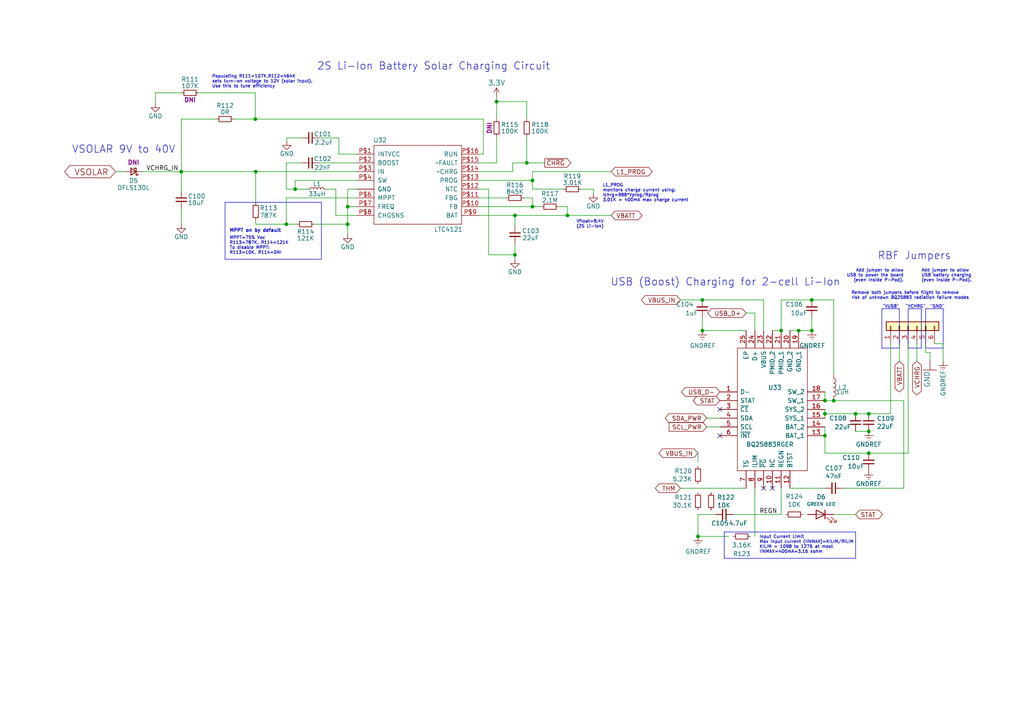
<source format=kicad_sch>
(kicad_sch
	(version 20231120)
	(generator "eeschema")
	(generator_version "8.0")
	(uuid "78822077-bfef-480b-9685-41b8890ea2df")
	(paper "A4")
	(title_block
		(title "PiCubed Mainboard")
		(date "2024-02-27")
		(rev "01")
		(company "RExLab Carnegie Mellon University")
		(comment 1 "Neil Khera")
	)
	(lib_symbols
		(symbol "Connector_Generic:Conn_01x06"
			(pin_names
				(offset 1.016) hide)
			(exclude_from_sim no)
			(in_bom yes)
			(on_board yes)
			(property "Reference" "J"
				(at 0 7.62 0)
				(effects
					(font
						(size 1.27 1.27)
					)
				)
			)
			(property "Value" "Conn_01x06"
				(at 0 -10.16 0)
				(effects
					(font
						(size 1.27 1.27)
					)
				)
			)
			(property "Footprint" ""
				(at 0 0 0)
				(effects
					(font
						(size 1.27 1.27)
					)
					(hide yes)
				)
			)
			(property "Datasheet" "~"
				(at 0 0 0)
				(effects
					(font
						(size 1.27 1.27)
					)
					(hide yes)
				)
			)
			(property "Description" "Generic connector, single row, 01x06, script generated (kicad-library-utils/schlib/autogen/connector/)"
				(at 0 0 0)
				(effects
					(font
						(size 1.27 1.27)
					)
					(hide yes)
				)
			)
			(property "ki_keywords" "connector"
				(at 0 0 0)
				(effects
					(font
						(size 1.27 1.27)
					)
					(hide yes)
				)
			)
			(property "ki_fp_filters" "Connector*:*_1x??_*"
				(at 0 0 0)
				(effects
					(font
						(size 1.27 1.27)
					)
					(hide yes)
				)
			)
			(symbol "Conn_01x06_1_1"
				(rectangle
					(start -1.27 -7.493)
					(end 0 -7.747)
					(stroke
						(width 0.1524)
						(type default)
					)
					(fill
						(type none)
					)
				)
				(rectangle
					(start -1.27 -4.953)
					(end 0 -5.207)
					(stroke
						(width 0.1524)
						(type default)
					)
					(fill
						(type none)
					)
				)
				(rectangle
					(start -1.27 -2.413)
					(end 0 -2.667)
					(stroke
						(width 0.1524)
						(type default)
					)
					(fill
						(type none)
					)
				)
				(rectangle
					(start -1.27 0.127)
					(end 0 -0.127)
					(stroke
						(width 0.1524)
						(type default)
					)
					(fill
						(type none)
					)
				)
				(rectangle
					(start -1.27 2.667)
					(end 0 2.413)
					(stroke
						(width 0.1524)
						(type default)
					)
					(fill
						(type none)
					)
				)
				(rectangle
					(start -1.27 5.207)
					(end 0 4.953)
					(stroke
						(width 0.1524)
						(type default)
					)
					(fill
						(type none)
					)
				)
				(rectangle
					(start -1.27 6.35)
					(end 1.27 -8.89)
					(stroke
						(width 0.254)
						(type default)
					)
					(fill
						(type background)
					)
				)
				(pin passive line
					(at -5.08 5.08 0)
					(length 3.81)
					(name "Pin_1"
						(effects
							(font
								(size 1.27 1.27)
							)
						)
					)
					(number "1"
						(effects
							(font
								(size 1.27 1.27)
							)
						)
					)
				)
				(pin passive line
					(at -5.08 2.54 0)
					(length 3.81)
					(name "Pin_2"
						(effects
							(font
								(size 1.27 1.27)
							)
						)
					)
					(number "2"
						(effects
							(font
								(size 1.27 1.27)
							)
						)
					)
				)
				(pin passive line
					(at -5.08 0 0)
					(length 3.81)
					(name "Pin_3"
						(effects
							(font
								(size 1.27 1.27)
							)
						)
					)
					(number "3"
						(effects
							(font
								(size 1.27 1.27)
							)
						)
					)
				)
				(pin passive line
					(at -5.08 -2.54 0)
					(length 3.81)
					(name "Pin_4"
						(effects
							(font
								(size 1.27 1.27)
							)
						)
					)
					(number "4"
						(effects
							(font
								(size 1.27 1.27)
							)
						)
					)
				)
				(pin passive line
					(at -5.08 -5.08 0)
					(length 3.81)
					(name "Pin_5"
						(effects
							(font
								(size 1.27 1.27)
							)
						)
					)
					(number "5"
						(effects
							(font
								(size 1.27 1.27)
							)
						)
					)
				)
				(pin passive line
					(at -5.08 -7.62 0)
					(length 3.81)
					(name "Pin_6"
						(effects
							(font
								(size 1.27 1.27)
							)
						)
					)
					(number "6"
						(effects
							(font
								(size 1.27 1.27)
							)
						)
					)
				)
			)
		)
		(symbol "Device:C_Small"
			(pin_numbers hide)
			(pin_names
				(offset 0.254) hide)
			(exclude_from_sim no)
			(in_bom yes)
			(on_board yes)
			(property "Reference" "C"
				(at 0.254 1.778 0)
				(effects
					(font
						(size 1.27 1.27)
					)
					(justify left)
				)
			)
			(property "Value" "C_Small"
				(at 0.254 -2.032 0)
				(effects
					(font
						(size 1.27 1.27)
					)
					(justify left)
				)
			)
			(property "Footprint" ""
				(at 0 0 0)
				(effects
					(font
						(size 1.27 1.27)
					)
					(hide yes)
				)
			)
			(property "Datasheet" "~"
				(at 0 0 0)
				(effects
					(font
						(size 1.27 1.27)
					)
					(hide yes)
				)
			)
			(property "Description" "Unpolarized capacitor, small symbol"
				(at 0 0 0)
				(effects
					(font
						(size 1.27 1.27)
					)
					(hide yes)
				)
			)
			(property "ki_keywords" "capacitor cap"
				(at 0 0 0)
				(effects
					(font
						(size 1.27 1.27)
					)
					(hide yes)
				)
			)
			(property "ki_fp_filters" "C_*"
				(at 0 0 0)
				(effects
					(font
						(size 1.27 1.27)
					)
					(hide yes)
				)
			)
			(symbol "C_Small_0_1"
				(polyline
					(pts
						(xy -1.524 -0.508) (xy 1.524 -0.508)
					)
					(stroke
						(width 0.3302)
						(type default)
					)
					(fill
						(type none)
					)
				)
				(polyline
					(pts
						(xy -1.524 0.508) (xy 1.524 0.508)
					)
					(stroke
						(width 0.3048)
						(type default)
					)
					(fill
						(type none)
					)
				)
			)
			(symbol "C_Small_1_1"
				(pin passive line
					(at 0 2.54 270)
					(length 2.032)
					(name "~"
						(effects
							(font
								(size 1.27 1.27)
							)
						)
					)
					(number "1"
						(effects
							(font
								(size 1.27 1.27)
							)
						)
					)
				)
				(pin passive line
					(at 0 -2.54 90)
					(length 2.032)
					(name "~"
						(effects
							(font
								(size 1.27 1.27)
							)
						)
					)
					(number "2"
						(effects
							(font
								(size 1.27 1.27)
							)
						)
					)
				)
			)
		)
		(symbol "Device:D_Schottky_Small"
			(pin_numbers hide)
			(pin_names
				(offset 0.254) hide)
			(exclude_from_sim no)
			(in_bom yes)
			(on_board yes)
			(property "Reference" "D"
				(at -1.27 2.032 0)
				(effects
					(font
						(size 1.27 1.27)
					)
					(justify left)
				)
			)
			(property "Value" "D_Schottky_Small"
				(at -7.112 -2.032 0)
				(effects
					(font
						(size 1.27 1.27)
					)
					(justify left)
				)
			)
			(property "Footprint" ""
				(at 0 0 90)
				(effects
					(font
						(size 1.27 1.27)
					)
					(hide yes)
				)
			)
			(property "Datasheet" "~"
				(at 0 0 90)
				(effects
					(font
						(size 1.27 1.27)
					)
					(hide yes)
				)
			)
			(property "Description" "Schottky diode, small symbol"
				(at 0 0 0)
				(effects
					(font
						(size 1.27 1.27)
					)
					(hide yes)
				)
			)
			(property "ki_keywords" "diode Schottky"
				(at 0 0 0)
				(effects
					(font
						(size 1.27 1.27)
					)
					(hide yes)
				)
			)
			(property "ki_fp_filters" "TO-???* *_Diode_* *SingleDiode* D_*"
				(at 0 0 0)
				(effects
					(font
						(size 1.27 1.27)
					)
					(hide yes)
				)
			)
			(symbol "D_Schottky_Small_0_1"
				(polyline
					(pts
						(xy -0.762 0) (xy 0.762 0)
					)
					(stroke
						(width 0)
						(type default)
					)
					(fill
						(type none)
					)
				)
				(polyline
					(pts
						(xy 0.762 -1.016) (xy -0.762 0) (xy 0.762 1.016) (xy 0.762 -1.016)
					)
					(stroke
						(width 0.254)
						(type default)
					)
					(fill
						(type none)
					)
				)
				(polyline
					(pts
						(xy -1.27 0.762) (xy -1.27 1.016) (xy -0.762 1.016) (xy -0.762 -1.016) (xy -0.254 -1.016) (xy -0.254 -0.762)
					)
					(stroke
						(width 0.254)
						(type default)
					)
					(fill
						(type none)
					)
				)
			)
			(symbol "D_Schottky_Small_1_1"
				(pin passive line
					(at -2.54 0 0)
					(length 1.778)
					(name "K"
						(effects
							(font
								(size 1.27 1.27)
							)
						)
					)
					(number "1"
						(effects
							(font
								(size 1.27 1.27)
							)
						)
					)
				)
				(pin passive line
					(at 2.54 0 180)
					(length 1.778)
					(name "A"
						(effects
							(font
								(size 1.27 1.27)
							)
						)
					)
					(number "2"
						(effects
							(font
								(size 1.27 1.27)
							)
						)
					)
				)
			)
		)
		(symbol "Device:L"
			(pin_numbers hide)
			(pin_names
				(offset 1.016) hide)
			(exclude_from_sim no)
			(in_bom yes)
			(on_board yes)
			(property "Reference" "L"
				(at -1.27 0 90)
				(effects
					(font
						(size 1.27 1.27)
					)
				)
			)
			(property "Value" "L"
				(at 1.905 0 90)
				(effects
					(font
						(size 1.27 1.27)
					)
				)
			)
			(property "Footprint" ""
				(at 0 0 0)
				(effects
					(font
						(size 1.27 1.27)
					)
					(hide yes)
				)
			)
			(property "Datasheet" "~"
				(at 0 0 0)
				(effects
					(font
						(size 1.27 1.27)
					)
					(hide yes)
				)
			)
			(property "Description" "Inductor"
				(at 0 0 0)
				(effects
					(font
						(size 1.27 1.27)
					)
					(hide yes)
				)
			)
			(property "ki_keywords" "inductor choke coil reactor magnetic"
				(at 0 0 0)
				(effects
					(font
						(size 1.27 1.27)
					)
					(hide yes)
				)
			)
			(property "ki_fp_filters" "Choke_* *Coil* Inductor_* L_*"
				(at 0 0 0)
				(effects
					(font
						(size 1.27 1.27)
					)
					(hide yes)
				)
			)
			(symbol "L_0_1"
				(arc
					(start 0 -2.54)
					(mid 0.6323 -1.905)
					(end 0 -1.27)
					(stroke
						(width 0)
						(type default)
					)
					(fill
						(type none)
					)
				)
				(arc
					(start 0 -1.27)
					(mid 0.6323 -0.635)
					(end 0 0)
					(stroke
						(width 0)
						(type default)
					)
					(fill
						(type none)
					)
				)
				(arc
					(start 0 0)
					(mid 0.6323 0.635)
					(end 0 1.27)
					(stroke
						(width 0)
						(type default)
					)
					(fill
						(type none)
					)
				)
				(arc
					(start 0 1.27)
					(mid 0.6323 1.905)
					(end 0 2.54)
					(stroke
						(width 0)
						(type default)
					)
					(fill
						(type none)
					)
				)
			)
			(symbol "L_1_1"
				(pin passive line
					(at 0 3.81 270)
					(length 1.27)
					(name "1"
						(effects
							(font
								(size 1.27 1.27)
							)
						)
					)
					(number "1"
						(effects
							(font
								(size 1.27 1.27)
							)
						)
					)
				)
				(pin passive line
					(at 0 -3.81 90)
					(length 1.27)
					(name "2"
						(effects
							(font
								(size 1.27 1.27)
							)
						)
					)
					(number "2"
						(effects
							(font
								(size 1.27 1.27)
							)
						)
					)
				)
			)
		)
		(symbol "Device:LED"
			(pin_numbers hide)
			(pin_names
				(offset 1.016) hide)
			(exclude_from_sim no)
			(in_bom yes)
			(on_board yes)
			(property "Reference" "D"
				(at 0 2.54 0)
				(effects
					(font
						(size 1.27 1.27)
					)
				)
			)
			(property "Value" "LED"
				(at 0 -2.54 0)
				(effects
					(font
						(size 1.27 1.27)
					)
				)
			)
			(property "Footprint" ""
				(at 0 0 0)
				(effects
					(font
						(size 1.27 1.27)
					)
					(hide yes)
				)
			)
			(property "Datasheet" "~"
				(at 0 0 0)
				(effects
					(font
						(size 1.27 1.27)
					)
					(hide yes)
				)
			)
			(property "Description" "Light emitting diode"
				(at 0 0 0)
				(effects
					(font
						(size 1.27 1.27)
					)
					(hide yes)
				)
			)
			(property "ki_keywords" "LED diode"
				(at 0 0 0)
				(effects
					(font
						(size 1.27 1.27)
					)
					(hide yes)
				)
			)
			(property "ki_fp_filters" "LED* LED_SMD:* LED_THT:*"
				(at 0 0 0)
				(effects
					(font
						(size 1.27 1.27)
					)
					(hide yes)
				)
			)
			(symbol "LED_0_1"
				(polyline
					(pts
						(xy -1.27 -1.27) (xy -1.27 1.27)
					)
					(stroke
						(width 0.254)
						(type default)
					)
					(fill
						(type none)
					)
				)
				(polyline
					(pts
						(xy -1.27 0) (xy 1.27 0)
					)
					(stroke
						(width 0)
						(type default)
					)
					(fill
						(type none)
					)
				)
				(polyline
					(pts
						(xy 1.27 -1.27) (xy 1.27 1.27) (xy -1.27 0) (xy 1.27 -1.27)
					)
					(stroke
						(width 0.254)
						(type default)
					)
					(fill
						(type none)
					)
				)
				(polyline
					(pts
						(xy -3.048 -0.762) (xy -4.572 -2.286) (xy -3.81 -2.286) (xy -4.572 -2.286) (xy -4.572 -1.524)
					)
					(stroke
						(width 0)
						(type default)
					)
					(fill
						(type none)
					)
				)
				(polyline
					(pts
						(xy -1.778 -0.762) (xy -3.302 -2.286) (xy -2.54 -2.286) (xy -3.302 -2.286) (xy -3.302 -1.524)
					)
					(stroke
						(width 0)
						(type default)
					)
					(fill
						(type none)
					)
				)
			)
			(symbol "LED_1_1"
				(pin passive line
					(at -3.81 0 0)
					(length 2.54)
					(name "K"
						(effects
							(font
								(size 1.27 1.27)
							)
						)
					)
					(number "1"
						(effects
							(font
								(size 1.27 1.27)
							)
						)
					)
				)
				(pin passive line
					(at 3.81 0 180)
					(length 2.54)
					(name "A"
						(effects
							(font
								(size 1.27 1.27)
							)
						)
					)
					(number "2"
						(effects
							(font
								(size 1.27 1.27)
							)
						)
					)
				)
			)
		)
		(symbol "Device:L_Small"
			(pin_numbers hide)
			(pin_names
				(offset 0.254) hide)
			(exclude_from_sim no)
			(in_bom yes)
			(on_board yes)
			(property "Reference" "L"
				(at 0.762 1.016 0)
				(effects
					(font
						(size 1.27 1.27)
					)
					(justify left)
				)
			)
			(property "Value" "L_Small"
				(at 0.762 -1.016 0)
				(effects
					(font
						(size 1.27 1.27)
					)
					(justify left)
				)
			)
			(property "Footprint" ""
				(at 0 0 0)
				(effects
					(font
						(size 1.27 1.27)
					)
					(hide yes)
				)
			)
			(property "Datasheet" "~"
				(at 0 0 0)
				(effects
					(font
						(size 1.27 1.27)
					)
					(hide yes)
				)
			)
			(property "Description" "Inductor, small symbol"
				(at 0 0 0)
				(effects
					(font
						(size 1.27 1.27)
					)
					(hide yes)
				)
			)
			(property "ki_keywords" "inductor choke coil reactor magnetic"
				(at 0 0 0)
				(effects
					(font
						(size 1.27 1.27)
					)
					(hide yes)
				)
			)
			(property "ki_fp_filters" "Choke_* *Coil* Inductor_* L_*"
				(at 0 0 0)
				(effects
					(font
						(size 1.27 1.27)
					)
					(hide yes)
				)
			)
			(symbol "L_Small_0_1"
				(arc
					(start 0 -2.032)
					(mid 0.5058 -1.524)
					(end 0 -1.016)
					(stroke
						(width 0)
						(type default)
					)
					(fill
						(type none)
					)
				)
				(arc
					(start 0 -1.016)
					(mid 0.5058 -0.508)
					(end 0 0)
					(stroke
						(width 0)
						(type default)
					)
					(fill
						(type none)
					)
				)
				(arc
					(start 0 0)
					(mid 0.5058 0.508)
					(end 0 1.016)
					(stroke
						(width 0)
						(type default)
					)
					(fill
						(type none)
					)
				)
				(arc
					(start 0 1.016)
					(mid 0.5058 1.524)
					(end 0 2.032)
					(stroke
						(width 0)
						(type default)
					)
					(fill
						(type none)
					)
				)
			)
			(symbol "L_Small_1_1"
				(pin passive line
					(at 0 2.54 270)
					(length 0.508)
					(name "~"
						(effects
							(font
								(size 1.27 1.27)
							)
						)
					)
					(number "1"
						(effects
							(font
								(size 1.27 1.27)
							)
						)
					)
				)
				(pin passive line
					(at 0 -2.54 90)
					(length 0.508)
					(name "~"
						(effects
							(font
								(size 1.27 1.27)
							)
						)
					)
					(number "2"
						(effects
							(font
								(size 1.27 1.27)
							)
						)
					)
				)
			)
		)
		(symbol "Device:R_Small"
			(pin_numbers hide)
			(pin_names
				(offset 0.254) hide)
			(exclude_from_sim no)
			(in_bom yes)
			(on_board yes)
			(property "Reference" "R"
				(at 0.762 0.508 0)
				(effects
					(font
						(size 1.27 1.27)
					)
					(justify left)
				)
			)
			(property "Value" "R_Small"
				(at 0.762 -1.016 0)
				(effects
					(font
						(size 1.27 1.27)
					)
					(justify left)
				)
			)
			(property "Footprint" ""
				(at 0 0 0)
				(effects
					(font
						(size 1.27 1.27)
					)
					(hide yes)
				)
			)
			(property "Datasheet" "~"
				(at 0 0 0)
				(effects
					(font
						(size 1.27 1.27)
					)
					(hide yes)
				)
			)
			(property "Description" "Resistor, small symbol"
				(at 0 0 0)
				(effects
					(font
						(size 1.27 1.27)
					)
					(hide yes)
				)
			)
			(property "ki_keywords" "R resistor"
				(at 0 0 0)
				(effects
					(font
						(size 1.27 1.27)
					)
					(hide yes)
				)
			)
			(property "ki_fp_filters" "R_*"
				(at 0 0 0)
				(effects
					(font
						(size 1.27 1.27)
					)
					(hide yes)
				)
			)
			(symbol "R_Small_0_1"
				(rectangle
					(start -0.762 1.778)
					(end 0.762 -1.778)
					(stroke
						(width 0.2032)
						(type default)
					)
					(fill
						(type none)
					)
				)
			)
			(symbol "R_Small_1_1"
				(pin passive line
					(at 0 2.54 270)
					(length 0.762)
					(name "~"
						(effects
							(font
								(size 1.27 1.27)
							)
						)
					)
					(number "1"
						(effects
							(font
								(size 1.27 1.27)
							)
						)
					)
				)
				(pin passive line
					(at 0 -2.54 90)
					(length 0.762)
					(name "~"
						(effects
							(font
								(size 1.27 1.27)
							)
						)
					)
					(number "2"
						(effects
							(font
								(size 1.27 1.27)
							)
						)
					)
				)
			)
		)
		(symbol "mainboard:3.3V"
			(power)
			(pin_names
				(offset 1.016)
			)
			(exclude_from_sim no)
			(in_bom yes)
			(on_board yes)
			(property "Reference" "#P+"
				(at 0 0 0)
				(effects
					(font
						(size 1.27 1.27)
					)
					(hide yes)
				)
			)
			(property "Value" "3.3V"
				(at -1.016 3.556 0)
				(effects
					(font
						(size 1.4986 1.4986)
					)
					(justify left bottom)
				)
			)
			(property "Footprint" ""
				(at 0 0 0)
				(effects
					(font
						(size 1.27 1.27)
					)
					(hide yes)
				)
			)
			(property "Datasheet" ""
				(at 0 0 0)
				(effects
					(font
						(size 1.27 1.27)
					)
					(hide yes)
				)
			)
			(property "Description" ""
				(at 0 0 0)
				(effects
					(font
						(size 1.27 1.27)
					)
					(hide yes)
				)
			)
			(property "ki_locked" ""
				(at 0 0 0)
				(effects
					(font
						(size 1.27 1.27)
					)
				)
			)
			(symbol "3.3V_1_0"
				(polyline
					(pts
						(xy 0 2.54) (xy -0.762 1.27)
					)
					(stroke
						(width 0)
						(type solid)
					)
					(fill
						(type none)
					)
				)
				(polyline
					(pts
						(xy 0.762 1.27) (xy 0 2.54)
					)
					(stroke
						(width 0)
						(type solid)
					)
					(fill
						(type none)
					)
				)
				(pin power_in line
					(at 0 0 90)
					(length 2.54)
					(name "3.3V"
						(effects
							(font
								(size 0 0)
							)
						)
					)
					(number "1"
						(effects
							(font
								(size 0 0)
							)
						)
					)
				)
			)
		)
		(symbol "mainboard:BQ25883RGER"
			(pin_names
				(offset 0.762)
			)
			(exclude_from_sim no)
			(in_bom yes)
			(on_board yes)
			(property "Reference" "IC"
				(at 26.67 17.78 0)
				(effects
					(font
						(size 1.27 1.27)
					)
					(justify left)
				)
			)
			(property "Value" "BQ25883RGER"
				(at 26.67 15.24 0)
				(effects
					(font
						(size 1.27 1.27)
					)
					(justify left)
				)
			)
			(property "Footprint" "QFN50P400X400X100-25N-D"
				(at 26.67 12.7 0)
				(effects
					(font
						(size 1.27 1.27)
					)
					(justify left)
					(hide yes)
				)
			)
			(property "Datasheet" "http://www.ti.com/lit/ds/symlink/bq25883.pdf?HQS=TI-null-null-mousermode-df-pf-null-wwe&DCM=yes&ref_url=https%3A%2F%2Fwww.mouser.co.uk%2F"
				(at 26.67 10.16 0)
				(effects
					(font
						(size 1.27 1.27)
					)
					(justify left)
					(hide yes)
				)
			)
			(property "Description" "Battery Management BQ25883RGE"
				(at 26.67 7.62 0)
				(effects
					(font
						(size 1.27 1.27)
					)
					(justify left)
					(hide yes)
				)
			)
			(property "Height" "1"
				(at 26.67 5.08 0)
				(effects
					(font
						(size 1.27 1.27)
					)
					(justify left)
					(hide yes)
				)
			)
			(property "Manufacturer_Name" "Texas Instruments"
				(at 26.67 2.54 0)
				(effects
					(font
						(size 1.27 1.27)
					)
					(justify left)
					(hide yes)
				)
			)
			(property "Manufacturer_Part_Number" "BQ25883RGER"
				(at 26.67 0 0)
				(effects
					(font
						(size 1.27 1.27)
					)
					(justify left)
					(hide yes)
				)
			)
			(property "Mouser Part Number" "595-BQ25883RGER"
				(at 26.67 -2.54 0)
				(effects
					(font
						(size 1.27 1.27)
					)
					(justify left)
					(hide yes)
				)
			)
			(property "Mouser Price/Stock" "https://www.mouser.com/Search/Refine.aspx?Keyword=595-BQ25883RGER"
				(at 26.67 -5.08 0)
				(effects
					(font
						(size 1.27 1.27)
					)
					(justify left)
					(hide yes)
				)
			)
			(symbol "BQ25883RGER_0_0"
				(pin bidirectional line
					(at 0 0 0)
					(length 5.08)
					(name "D-"
						(effects
							(font
								(size 1.27 1.27)
							)
						)
					)
					(number "1"
						(effects
							(font
								(size 1.27 1.27)
							)
						)
					)
				)
				(pin bidirectional line
					(at 15.24 -27.94 90)
					(length 5.08)
					(name "NC"
						(effects
							(font
								(size 1.27 1.27)
							)
						)
					)
					(number "10"
						(effects
							(font
								(size 1.27 1.27)
							)
						)
					)
				)
				(pin bidirectional line
					(at 17.78 -27.94 90)
					(length 5.08)
					(name "REGN"
						(effects
							(font
								(size 1.27 1.27)
							)
						)
					)
					(number "11"
						(effects
							(font
								(size 1.27 1.27)
							)
						)
					)
				)
				(pin bidirectional line
					(at 20.32 -27.94 90)
					(length 5.08)
					(name "BTST"
						(effects
							(font
								(size 1.27 1.27)
							)
						)
					)
					(number "12"
						(effects
							(font
								(size 1.27 1.27)
							)
						)
					)
				)
				(pin bidirectional line
					(at 30.48 -12.7 180)
					(length 5.08)
					(name "BAT_1"
						(effects
							(font
								(size 1.27 1.27)
							)
						)
					)
					(number "13"
						(effects
							(font
								(size 1.27 1.27)
							)
						)
					)
				)
				(pin bidirectional line
					(at 30.48 -10.16 180)
					(length 5.08)
					(name "BAT_2"
						(effects
							(font
								(size 1.27 1.27)
							)
						)
					)
					(number "14"
						(effects
							(font
								(size 1.27 1.27)
							)
						)
					)
				)
				(pin bidirectional line
					(at 30.48 -7.62 180)
					(length 5.08)
					(name "SYS_1"
						(effects
							(font
								(size 1.27 1.27)
							)
						)
					)
					(number "15"
						(effects
							(font
								(size 1.27 1.27)
							)
						)
					)
				)
				(pin bidirectional line
					(at 30.48 -5.08 180)
					(length 5.08)
					(name "SYS_2"
						(effects
							(font
								(size 1.27 1.27)
							)
						)
					)
					(number "16"
						(effects
							(font
								(size 1.27 1.27)
							)
						)
					)
				)
				(pin bidirectional line
					(at 30.48 -2.54 180)
					(length 5.08)
					(name "SW_1"
						(effects
							(font
								(size 1.27 1.27)
							)
						)
					)
					(number "17"
						(effects
							(font
								(size 1.27 1.27)
							)
						)
					)
				)
				(pin bidirectional line
					(at 30.48 0 180)
					(length 5.08)
					(name "SW_2"
						(effects
							(font
								(size 1.27 1.27)
							)
						)
					)
					(number "18"
						(effects
							(font
								(size 1.27 1.27)
							)
						)
					)
				)
				(pin bidirectional line
					(at 22.86 17.78 270)
					(length 5.08)
					(name "GND_1"
						(effects
							(font
								(size 1.27 1.27)
							)
						)
					)
					(number "19"
						(effects
							(font
								(size 1.27 1.27)
							)
						)
					)
				)
				(pin bidirectional line
					(at 0 -2.54 0)
					(length 5.08)
					(name "STAT"
						(effects
							(font
								(size 1.27 1.27)
							)
						)
					)
					(number "2"
						(effects
							(font
								(size 1.27 1.27)
							)
						)
					)
				)
				(pin bidirectional line
					(at 20.32 17.78 270)
					(length 5.08)
					(name "GND_2"
						(effects
							(font
								(size 1.27 1.27)
							)
						)
					)
					(number "20"
						(effects
							(font
								(size 1.27 1.27)
							)
						)
					)
				)
				(pin bidirectional line
					(at 17.78 17.78 270)
					(length 5.08)
					(name "PMID_1"
						(effects
							(font
								(size 1.27 1.27)
							)
						)
					)
					(number "21"
						(effects
							(font
								(size 1.27 1.27)
							)
						)
					)
				)
				(pin bidirectional line
					(at 15.24 17.78 270)
					(length 5.08)
					(name "PMID_2"
						(effects
							(font
								(size 1.27 1.27)
							)
						)
					)
					(number "22"
						(effects
							(font
								(size 1.27 1.27)
							)
						)
					)
				)
				(pin bidirectional line
					(at 12.7 17.78 270)
					(length 5.08)
					(name "VBUS"
						(effects
							(font
								(size 1.27 1.27)
							)
						)
					)
					(number "23"
						(effects
							(font
								(size 1.27 1.27)
							)
						)
					)
				)
				(pin bidirectional line
					(at 10.16 17.78 270)
					(length 5.08)
					(name "D+"
						(effects
							(font
								(size 1.27 1.27)
							)
						)
					)
					(number "24"
						(effects
							(font
								(size 1.27 1.27)
							)
						)
					)
				)
				(pin bidirectional line
					(at 7.62 17.78 270)
					(length 5.08)
					(name "EP"
						(effects
							(font
								(size 1.27 1.27)
							)
						)
					)
					(number "25"
						(effects
							(font
								(size 1.27 1.27)
							)
						)
					)
				)
				(pin bidirectional line
					(at 0 -5.08 0)
					(length 5.08)
					(name "~{CE}"
						(effects
							(font
								(size 1.27 1.27)
							)
						)
					)
					(number "3"
						(effects
							(font
								(size 1.27 1.27)
							)
						)
					)
				)
				(pin bidirectional line
					(at 0 -7.62 0)
					(length 5.08)
					(name "SDA"
						(effects
							(font
								(size 1.27 1.27)
							)
						)
					)
					(number "4"
						(effects
							(font
								(size 1.27 1.27)
							)
						)
					)
				)
				(pin bidirectional line
					(at 0 -10.16 0)
					(length 5.08)
					(name "SCL"
						(effects
							(font
								(size 1.27 1.27)
							)
						)
					)
					(number "5"
						(effects
							(font
								(size 1.27 1.27)
							)
						)
					)
				)
				(pin bidirectional line
					(at 0 -12.7 0)
					(length 5.08)
					(name "~{INT}"
						(effects
							(font
								(size 1.27 1.27)
							)
						)
					)
					(number "6"
						(effects
							(font
								(size 1.27 1.27)
							)
						)
					)
				)
				(pin bidirectional line
					(at 7.62 -27.94 90)
					(length 5.08)
					(name "TS"
						(effects
							(font
								(size 1.27 1.27)
							)
						)
					)
					(number "7"
						(effects
							(font
								(size 1.27 1.27)
							)
						)
					)
				)
				(pin bidirectional line
					(at 10.16 -27.94 90)
					(length 5.08)
					(name "ILIM"
						(effects
							(font
								(size 1.27 1.27)
							)
						)
					)
					(number "8"
						(effects
							(font
								(size 1.27 1.27)
							)
						)
					)
				)
				(pin bidirectional line
					(at 12.7 -27.94 90)
					(length 5.08)
					(name "~{PG}"
						(effects
							(font
								(size 1.27 1.27)
							)
						)
					)
					(number "9"
						(effects
							(font
								(size 1.27 1.27)
							)
						)
					)
				)
			)
			(symbol "BQ25883RGER_0_1"
				(polyline
					(pts
						(xy 5.08 12.7) (xy 25.4 12.7) (xy 25.4 -22.86) (xy 5.08 -22.86) (xy 5.08 12.7)
					)
					(stroke
						(width 0.1524)
						(type solid)
					)
					(fill
						(type none)
					)
				)
			)
		)
		(symbol "mainboard:GND"
			(power)
			(pin_names
				(offset 1.016)
			)
			(exclude_from_sim no)
			(in_bom yes)
			(on_board yes)
			(property "Reference" "#GND"
				(at 0 0 0)
				(effects
					(font
						(size 1.27 1.27)
					)
					(hide yes)
				)
			)
			(property "Value" "GND"
				(at -2.54 -2.54 0)
				(effects
					(font
						(size 1.4986 1.4986)
					)
					(justify left bottom)
				)
			)
			(property "Footprint" ""
				(at 0 0 0)
				(effects
					(font
						(size 1.27 1.27)
					)
					(hide yes)
				)
			)
			(property "Datasheet" ""
				(at 0 0 0)
				(effects
					(font
						(size 1.27 1.27)
					)
					(hide yes)
				)
			)
			(property "Description" ""
				(at 0 0 0)
				(effects
					(font
						(size 1.27 1.27)
					)
					(hide yes)
				)
			)
			(property "ki_locked" ""
				(at 0 0 0)
				(effects
					(font
						(size 1.27 1.27)
					)
				)
			)
			(symbol "GND_1_0"
				(polyline
					(pts
						(xy -1.905 0) (xy 1.905 0)
					)
					(stroke
						(width 0)
						(type solid)
					)
					(fill
						(type none)
					)
				)
				(pin power_in line
					(at 0 2.54 270)
					(length 2.54)
					(name "GND"
						(effects
							(font
								(size 0 0)
							)
						)
					)
					(number "1"
						(effects
							(font
								(size 0 0)
							)
						)
					)
				)
			)
		)
		(symbol "mainboard:LTC4121"
			(pin_names
				(offset 1.016)
			)
			(exclude_from_sim no)
			(in_bom yes)
			(on_board yes)
			(property "Reference" "U"
				(at -2.54 10.16 0)
				(effects
					(font
						(size 1.7272 1.7272)
					)
					(justify left bottom)
				)
			)
			(property "Value" "LTC4121"
				(at -2.54 -15.24 0)
				(effects
					(font
						(size 1.7272 1.7272)
					)
					(justify left bottom)
				)
			)
			(property "Footprint" ""
				(at 0 0 0)
				(effects
					(font
						(size 1.27 1.27)
					)
					(hide yes)
				)
			)
			(property "Datasheet" ""
				(at 0 0 0)
				(effects
					(font
						(size 1.27 1.27)
					)
					(hide yes)
				)
			)
			(property "Description" ""
				(at 0 0 0)
				(effects
					(font
						(size 1.27 1.27)
					)
					(hide yes)
				)
			)
			(property "ki_locked" ""
				(at 0 0 0)
				(effects
					(font
						(size 1.27 1.27)
					)
				)
			)
			(symbol "LTC4121_1_0"
				(polyline
					(pts
						(xy -7.62 -12.7) (xy -7.62 10.16)
					)
					(stroke
						(width 0)
						(type solid)
					)
					(fill
						(type none)
					)
				)
				(polyline
					(pts
						(xy -7.62 10.16) (xy 17.78 10.16)
					)
					(stroke
						(width 0)
						(type solid)
					)
					(fill
						(type none)
					)
				)
				(polyline
					(pts
						(xy 17.78 -12.7) (xy -7.62 -12.7)
					)
					(stroke
						(width 0)
						(type solid)
					)
					(fill
						(type none)
					)
				)
				(polyline
					(pts
						(xy 17.78 10.16) (xy 17.78 -12.7)
					)
					(stroke
						(width 0)
						(type solid)
					)
					(fill
						(type none)
					)
				)
				(pin bidirectional line
					(at -12.7 7.62 0)
					(length 5.08)
					(name "INTVCC"
						(effects
							(font
								(size 1.27 1.27)
							)
						)
					)
					(number "P$1"
						(effects
							(font
								(size 1.27 1.27)
							)
						)
					)
				)
				(pin bidirectional line
					(at 22.86 -7.62 180)
					(length 5.08)
					(name "FB"
						(effects
							(font
								(size 1.27 1.27)
							)
						)
					)
					(number "P$10"
						(effects
							(font
								(size 1.27 1.27)
							)
						)
					)
				)
				(pin bidirectional line
					(at 22.86 -5.08 180)
					(length 5.08)
					(name "FBG"
						(effects
							(font
								(size 1.27 1.27)
							)
						)
					)
					(number "P$11"
						(effects
							(font
								(size 1.27 1.27)
							)
						)
					)
				)
				(pin bidirectional line
					(at 22.86 -2.54 180)
					(length 5.08)
					(name "NTC"
						(effects
							(font
								(size 1.27 1.27)
							)
						)
					)
					(number "P$12"
						(effects
							(font
								(size 1.27 1.27)
							)
						)
					)
				)
				(pin bidirectional line
					(at 22.86 0 180)
					(length 5.08)
					(name "PROG"
						(effects
							(font
								(size 1.27 1.27)
							)
						)
					)
					(number "P$13"
						(effects
							(font
								(size 1.27 1.27)
							)
						)
					)
				)
				(pin bidirectional line
					(at 22.86 2.54 180)
					(length 5.08)
					(name "~CHRG"
						(effects
							(font
								(size 1.27 1.27)
							)
						)
					)
					(number "P$14"
						(effects
							(font
								(size 1.27 1.27)
							)
						)
					)
				)
				(pin bidirectional line
					(at 22.86 5.08 180)
					(length 5.08)
					(name "~FAULT"
						(effects
							(font
								(size 1.27 1.27)
							)
						)
					)
					(number "P$15"
						(effects
							(font
								(size 1.27 1.27)
							)
						)
					)
				)
				(pin bidirectional line
					(at 22.86 7.62 180)
					(length 5.08)
					(name "RUN"
						(effects
							(font
								(size 1.27 1.27)
							)
						)
					)
					(number "P$16"
						(effects
							(font
								(size 1.27 1.27)
							)
						)
					)
				)
				(pin bidirectional line
					(at -12.7 -2.54 0)
					(length 5.08)
					(name "GND"
						(effects
							(font
								(size 1.27 1.27)
							)
						)
					)
					(number "P$17"
						(effects
							(font
								(size 0 0)
							)
						)
					)
				)
				(pin bidirectional line
					(at -12.7 5.08 0)
					(length 5.08)
					(name "BOOST"
						(effects
							(font
								(size 1.27 1.27)
							)
						)
					)
					(number "P$2"
						(effects
							(font
								(size 1.27 1.27)
							)
						)
					)
				)
				(pin bidirectional line
					(at -12.7 2.54 0)
					(length 5.08)
					(name "IN"
						(effects
							(font
								(size 1.27 1.27)
							)
						)
					)
					(number "P$3"
						(effects
							(font
								(size 1.27 1.27)
							)
						)
					)
				)
				(pin bidirectional line
					(at -12.7 0 0)
					(length 5.08)
					(name "SW"
						(effects
							(font
								(size 1.27 1.27)
							)
						)
					)
					(number "P$4"
						(effects
							(font
								(size 1.27 1.27)
							)
						)
					)
				)
				(pin bidirectional line
					(at -12.7 -2.54 0)
					(length 5.08)
					(name "GND"
						(effects
							(font
								(size 1.27 1.27)
							)
						)
					)
					(number "P$5"
						(effects
							(font
								(size 0 0)
							)
						)
					)
				)
				(pin bidirectional line
					(at -12.7 -5.08 0)
					(length 5.08)
					(name "MPPT"
						(effects
							(font
								(size 1.27 1.27)
							)
						)
					)
					(number "P$6"
						(effects
							(font
								(size 1.27 1.27)
							)
						)
					)
				)
				(pin bidirectional line
					(at -12.7 -7.62 0)
					(length 5.08)
					(name "FREQ"
						(effects
							(font
								(size 1.27 1.27)
							)
						)
					)
					(number "P$7"
						(effects
							(font
								(size 1.27 1.27)
							)
						)
					)
				)
				(pin bidirectional line
					(at -12.7 -10.16 0)
					(length 5.08)
					(name "CHGSNS"
						(effects
							(font
								(size 1.27 1.27)
							)
						)
					)
					(number "P$8"
						(effects
							(font
								(size 1.27 1.27)
							)
						)
					)
				)
				(pin bidirectional line
					(at 22.86 -10.16 180)
					(length 5.08)
					(name "BAT"
						(effects
							(font
								(size 1.27 1.27)
							)
						)
					)
					(number "P$9"
						(effects
							(font
								(size 1.27 1.27)
							)
						)
					)
				)
			)
		)
		(symbol "power:GND"
			(power)
			(pin_names
				(offset 0)
			)
			(exclude_from_sim no)
			(in_bom yes)
			(on_board yes)
			(property "Reference" "#PWR"
				(at 0 -6.35 0)
				(effects
					(font
						(size 1.27 1.27)
					)
					(hide yes)
				)
			)
			(property "Value" "GND"
				(at 0 -3.81 0)
				(effects
					(font
						(size 1.27 1.27)
					)
				)
			)
			(property "Footprint" ""
				(at 0 0 0)
				(effects
					(font
						(size 1.27 1.27)
					)
					(hide yes)
				)
			)
			(property "Datasheet" ""
				(at 0 0 0)
				(effects
					(font
						(size 1.27 1.27)
					)
					(hide yes)
				)
			)
			(property "Description" "Power symbol creates a global label with name \"GND\" , ground"
				(at 0 0 0)
				(effects
					(font
						(size 1.27 1.27)
					)
					(hide yes)
				)
			)
			(property "ki_keywords" "global power"
				(at 0 0 0)
				(effects
					(font
						(size 1.27 1.27)
					)
					(hide yes)
				)
			)
			(symbol "GND_0_1"
				(polyline
					(pts
						(xy 0 0) (xy 0 -1.27) (xy 1.27 -1.27) (xy 0 -2.54) (xy -1.27 -1.27) (xy 0 -1.27)
					)
					(stroke
						(width 0)
						(type default)
					)
					(fill
						(type none)
					)
				)
			)
			(symbol "GND_1_1"
				(pin power_in line
					(at 0 0 270)
					(length 0) hide
					(name "GND"
						(effects
							(font
								(size 1.27 1.27)
							)
						)
					)
					(number "1"
						(effects
							(font
								(size 1.27 1.27)
							)
						)
					)
				)
			)
		)
		(symbol "power:GNDREF"
			(power)
			(pin_names
				(offset 0)
			)
			(exclude_from_sim no)
			(in_bom yes)
			(on_board yes)
			(property "Reference" "#PWR"
				(at 0 -6.35 0)
				(effects
					(font
						(size 1.27 1.27)
					)
					(hide yes)
				)
			)
			(property "Value" "GNDREF"
				(at 0 -3.81 0)
				(effects
					(font
						(size 1.27 1.27)
					)
				)
			)
			(property "Footprint" ""
				(at 0 0 0)
				(effects
					(font
						(size 1.27 1.27)
					)
					(hide yes)
				)
			)
			(property "Datasheet" ""
				(at 0 0 0)
				(effects
					(font
						(size 1.27 1.27)
					)
					(hide yes)
				)
			)
			(property "Description" "Power symbol creates a global label with name \"GNDREF\" , reference supply ground"
				(at 0 0 0)
				(effects
					(font
						(size 1.27 1.27)
					)
					(hide yes)
				)
			)
			(property "ki_keywords" "global power"
				(at 0 0 0)
				(effects
					(font
						(size 1.27 1.27)
					)
					(hide yes)
				)
			)
			(symbol "GNDREF_0_1"
				(polyline
					(pts
						(xy -0.635 -1.905) (xy 0.635 -1.905)
					)
					(stroke
						(width 0)
						(type default)
					)
					(fill
						(type none)
					)
				)
				(polyline
					(pts
						(xy -0.127 -2.54) (xy 0.127 -2.54)
					)
					(stroke
						(width 0)
						(type default)
					)
					(fill
						(type none)
					)
				)
				(polyline
					(pts
						(xy 0 -1.27) (xy 0 0)
					)
					(stroke
						(width 0)
						(type default)
					)
					(fill
						(type none)
					)
				)
				(polyline
					(pts
						(xy 1.27 -1.27) (xy -1.27 -1.27)
					)
					(stroke
						(width 0)
						(type default)
					)
					(fill
						(type none)
					)
				)
			)
			(symbol "GNDREF_1_1"
				(pin power_in line
					(at 0 0 270)
					(length 0) hide
					(name "GNDREF"
						(effects
							(font
								(size 1.27 1.27)
							)
						)
					)
					(number "1"
						(effects
							(font
								(size 1.27 1.27)
							)
						)
					)
				)
			)
		)
	)
	(junction
		(at 164.592 62.484)
		(diameter 0)
		(color 0 0 0 0)
		(uuid "03aad922-5fe6-4a22-b72d-46016a46d82a")
	)
	(junction
		(at 83.058 65.024)
		(diameter 0)
		(color 0 0 0 0)
		(uuid "0d7405cf-e9fb-4266-8bed-5ecba2a5cef8")
	)
	(junction
		(at 251.968 120.015)
		(diameter 0)
		(color 0 0 0 0)
		(uuid "10ceb1a8-f0b5-46fd-9807-262305638704")
	)
	(junction
		(at 239.268 116.205)
		(diameter 0)
		(color 0 0 0 0)
		(uuid "1edcd2cc-3f58-45a9-88cc-1f93bb4cfecd")
	)
	(junction
		(at 251.968 131.445)
		(diameter 0)
		(color 0 0 0 0)
		(uuid "21d5ae5c-f8dd-4ad4-b311-647cb8a3f3f5")
	)
	(junction
		(at 74.168 49.784)
		(diameter 0)
		(color 0 0 0 0)
		(uuid "2623823d-d62c-4a06-9635-b570e3e379a9")
	)
	(junction
		(at 149.352 73.914)
		(diameter 0)
		(color 0 0 0 0)
		(uuid "2ff694d6-79a1-402b-8980-01e7144cb35d")
	)
	(junction
		(at 149.352 62.484)
		(diameter 0)
		(color 0 0 0 0)
		(uuid "3c38f39b-ff66-41d8-be59-95f40633bab9")
	)
	(junction
		(at 241.808 116.205)
		(diameter 0)
		(color 0 0 0 0)
		(uuid "3e97a8de-9a0f-419a-9228-8361bab82cbc")
	)
	(junction
		(at 154.432 52.324)
		(diameter 0)
		(color 0 0 0 0)
		(uuid "4266a89b-0f81-4028-8319-3b95d3aaa236")
	)
	(junction
		(at 231.648 95.885)
		(diameter 0)
		(color 0 0 0 0)
		(uuid "44bd6a3c-624f-43cb-8c5e-1276c5d012dc")
	)
	(junction
		(at 251.968 125.095)
		(diameter 0)
		(color 0 0 0 0)
		(uuid "686c78f3-97e7-49df-afd0-df3bd5a8e29b")
	)
	(junction
		(at 74.041 34.544)
		(diameter 0)
		(color 0 0 0 0)
		(uuid "76504df9-e753-475f-b4c1-e773457f6111")
	)
	(junction
		(at 144.018 29.464)
		(diameter 0)
		(color 0 0 0 0)
		(uuid "87237d72-fbde-43ae-a5d9-4fca7de914cb")
	)
	(junction
		(at 235.458 86.995)
		(diameter 0)
		(color 0 0 0 0)
		(uuid "909bbf57-cb6a-45f1-9efc-f4f4c1bcc540")
	)
	(junction
		(at 152.781 47.244)
		(diameter 0)
		(color 0 0 0 0)
		(uuid "90b58a0b-2b8f-4490-9784-ba0febae6022")
	)
	(junction
		(at 202.438 155.575)
		(diameter 0)
		(color 0 0 0 0)
		(uuid "937991ee-c2b5-452a-a59d-06164df4bdd9")
	)
	(junction
		(at 100.838 65.024)
		(diameter 0)
		(color 0 0 0 0)
		(uuid "9a0b79e1-ca68-4e8b-a69a-fff038c29a18")
	)
	(junction
		(at 154.432 59.944)
		(diameter 0)
		(color 0 0 0 0)
		(uuid "a29bc7d2-2c91-4a7d-86df-fb110484b348")
	)
	(junction
		(at 239.268 126.365)
		(diameter 0)
		(color 0 0 0 0)
		(uuid "b28a0ebd-1243-40fe-a738-c194f19c9712")
	)
	(junction
		(at 235.458 95.885)
		(diameter 0)
		(color 0 0 0 0)
		(uuid "bd9cfb63-562e-4660-b144-2850466737fd")
	)
	(junction
		(at 203.708 95.885)
		(diameter 0)
		(color 0 0 0 0)
		(uuid "be8127cd-2aed-4b3a-a537-8ec15805e73a")
	)
	(junction
		(at 85.598 54.864)
		(diameter 0)
		(color 0 0 0 0)
		(uuid "c26f2989-4b3e-4d04-b290-18c6befbd26d")
	)
	(junction
		(at 248.158 120.015)
		(diameter 0)
		(color 0 0 0 0)
		(uuid "c305df2e-7bf2-45cd-8517-46df4390e078")
	)
	(junction
		(at 239.268 120.015)
		(diameter 0)
		(color 0 0 0 0)
		(uuid "c7d24c29-400e-48fd-8132-9ba5e5a2d006")
	)
	(junction
		(at 226.568 95.885)
		(diameter 0)
		(color 0 0 0 0)
		(uuid "cfa2dda4-ceb3-4ca0-a26f-8b5d01788415")
	)
	(junction
		(at 52.578 49.784)
		(diameter 0)
		(color 0 0 0 0)
		(uuid "d1510bf1-83b2-45d3-a6b0-6c6d1122c5fe")
	)
	(junction
		(at 203.708 86.995)
		(diameter 0)
		(color 0 0 0 0)
		(uuid "e5b62047-8c3b-4bf8-9804-f20af1d40bac")
	)
	(junction
		(at 100.838 59.944)
		(diameter 0)
		(color 0 0 0 0)
		(uuid "f71af18f-c946-46e9-aa20-91ad8bd6e498")
	)
	(no_connect
		(at 208.788 118.745)
		(uuid "207f57af-00aa-4605-a0bb-149b7174594f")
	)
	(no_connect
		(at 221.488 141.605)
		(uuid "a207333e-6451-412d-9288-cdcc37d89956")
	)
	(no_connect
		(at 208.788 126.365)
		(uuid "ea271194-d89a-4398-836d-22c54a4aa1b5")
	)
	(no_connect
		(at 224.028 141.605)
		(uuid "ed37e85a-3558-4d48-ad55-72e1c1138a62")
	)
	(wire
		(pts
			(xy 100.838 54.864) (xy 100.838 59.944)
		)
		(stroke
			(width 0)
			(type default)
		)
		(uuid "00963c04-fb2b-4afa-b3fe-f61ffe26a3fe")
	)
	(wire
		(pts
			(xy 103.378 62.484) (xy 97.409 62.484)
		)
		(stroke
			(width 0)
			(type default)
		)
		(uuid "00b350f5-b834-4f27-af9a-4d9211744b91")
	)
	(wire
		(pts
			(xy 52.578 60.452) (xy 52.578 65.024)
		)
		(stroke
			(width 0)
			(type default)
		)
		(uuid "026a7bbd-11b5-41f9-b719-a76b1ec1612a")
	)
	(wire
		(pts
			(xy 241.808 116.205) (xy 262.128 116.205)
		)
		(stroke
			(width 0)
			(type default)
		)
		(uuid "03c1c4d7-1c91-4f4a-940f-be3a68e202b1")
	)
	(wire
		(pts
			(xy 100.838 59.944) (xy 103.378 59.944)
		)
		(stroke
			(width 0)
			(type default)
		)
		(uuid "04a93218-b968-4735-89f2-285ce1205985")
	)
	(wire
		(pts
			(xy 149.352 70.612) (xy 149.352 73.914)
		)
		(stroke
			(width 0)
			(type default)
		)
		(uuid "04c7729c-4b16-41e2-83d1-ad80fc68d6be")
	)
	(wire
		(pts
			(xy 98.298 44.704) (xy 98.298 40.005)
		)
		(stroke
			(width 0)
			(type default)
		)
		(uuid "0dd5ddd9-9829-44c4-bc20-a5bdf2ba6602")
	)
	(polyline
		(pts
			(xy 263.398 89.535) (xy 267.208 89.535)
		)
		(stroke
			(width 0)
			(type default)
		)
		(uuid "103bbe8a-4a61-460a-98ea-ef763d96d157")
	)
	(wire
		(pts
			(xy 92.583 40.005) (xy 98.298 40.005)
		)
		(stroke
			(width 0)
			(type default)
		)
		(uuid "1131c8ec-d409-4e65-9b1b-b16c01df808a")
	)
	(wire
		(pts
			(xy 162.052 59.944) (xy 164.592 59.944)
		)
		(stroke
			(width 0)
			(type default)
		)
		(uuid "158c1fab-cec6-4a24-bd4b-4dccae6b6bc9")
	)
	(wire
		(pts
			(xy 221.488 95.885) (xy 221.488 86.995)
		)
		(stroke
			(width 0)
			(type default)
		)
		(uuid "15c5667d-153b-4ec3-91c5-7a123990e0ca")
	)
	(polyline
		(pts
			(xy 248.158 154.305) (xy 210.058 154.305)
		)
		(stroke
			(width 0)
			(type default)
		)
		(uuid "19590395-c0a0-49aa-84c7-134ceed1faf2")
	)
	(polyline
		(pts
			(xy 260.858 89.535) (xy 255.778 89.535)
		)
		(stroke
			(width 0)
			(type default)
		)
		(uuid "1965924c-8bdc-4c7c-8ff3-d09f39f94a05")
	)
	(wire
		(pts
			(xy 57.658 26.924) (xy 74.041 26.924)
		)
		(stroke
			(width 0)
			(type default)
		)
		(uuid "1bc19924-6387-49f2-af90-0dc4ab1e9183")
	)
	(wire
		(pts
			(xy 52.578 49.784) (xy 52.578 55.372)
		)
		(stroke
			(width 0)
			(type default)
		)
		(uuid "1dd5cf49-096f-481c-b7d2-5e89b07916e7")
	)
	(wire
		(pts
			(xy 218.948 90.805) (xy 218.948 95.885)
		)
		(stroke
			(width 0)
			(type default)
		)
		(uuid "1ed6bff8-f018-444c-a73a-8bc0d8025c6a")
	)
	(wire
		(pts
			(xy 74.168 63.881) (xy 74.168 65.024)
		)
		(stroke
			(width 0)
			(type default)
		)
		(uuid "25db4342-e001-4feb-a7d3-485f88001967")
	)
	(wire
		(pts
			(xy 251.968 131.445) (xy 263.398 131.445)
		)
		(stroke
			(width 0)
			(type default)
		)
		(uuid "287cbb01-7b7a-4b00-add8-556601809322")
	)
	(wire
		(pts
			(xy 85.598 54.864) (xy 83.058 54.864)
		)
		(stroke
			(width 0)
			(type default)
		)
		(uuid "296fed00-f37a-4b4d-a1e3-ea6a7d3234f2")
	)
	(wire
		(pts
			(xy 154.432 54.864) (xy 163.449 54.864)
		)
		(stroke
			(width 0)
			(type default)
		)
		(uuid "2b961302-6408-45d6-a1e0-8b187a272b24")
	)
	(polyline
		(pts
			(xy 263.398 100.965) (xy 263.398 89.535)
		)
		(stroke
			(width 0)
			(type default)
		)
		(uuid "2b9d5574-7c74-4a2a-939a-dfa7d2dd1e0b")
	)
	(wire
		(pts
			(xy 100.838 65.024) (xy 100.838 67.945)
		)
		(stroke
			(width 0)
			(type default)
		)
		(uuid "2c049031-8916-489b-9d39-a7522143ebfc")
	)
	(wire
		(pts
			(xy 263.398 131.445) (xy 263.398 99.695)
		)
		(stroke
			(width 0)
			(type default)
		)
		(uuid "2c33c847-d571-45b0-bd4e-8c9966fb6d56")
	)
	(wire
		(pts
			(xy 52.578 34.544) (xy 62.738 34.544)
		)
		(stroke
			(width 0)
			(type default)
		)
		(uuid "2cf0a484-5517-40fa-b47a-8d029f13f04f")
	)
	(wire
		(pts
			(xy 83.058 57.404) (xy 83.058 65.024)
		)
		(stroke
			(width 0)
			(type default)
		)
		(uuid "2d6af53c-82b0-4b9e-928a-c5a0b18d9728")
	)
	(wire
		(pts
			(xy 265.938 104.775) (xy 265.938 99.695)
		)
		(stroke
			(width 0)
			(type default)
		)
		(uuid "2d96b255-2428-485a-9add-3d4cc4ca97c6")
	)
	(wire
		(pts
			(xy 154.432 57.404) (xy 154.432 59.944)
		)
		(stroke
			(width 0)
			(type default)
		)
		(uuid "2ddc26de-5a39-423c-a4f0-32ac3bdab2bb")
	)
	(wire
		(pts
			(xy 85.598 52.324) (xy 103.378 52.324)
		)
		(stroke
			(width 0)
			(type default)
		)
		(uuid "2f1c392d-e88d-44e2-bbb9-4b3e8fc55216")
	)
	(wire
		(pts
			(xy 202.438 131.445) (xy 202.438 133.985)
		)
		(stroke
			(width 0)
			(type default)
		)
		(uuid "338b190c-07c9-4a93-bbf6-c0c18c84205f")
	)
	(wire
		(pts
			(xy 251.968 131.445) (xy 239.268 131.445)
		)
		(stroke
			(width 0)
			(type default)
		)
		(uuid "38d80914-58ef-42e3-a71a-0e560fd6ddd9")
	)
	(wire
		(pts
			(xy 154.432 52.324) (xy 154.432 54.864)
		)
		(stroke
			(width 0)
			(type default)
		)
		(uuid "391bc2c2-ac4e-43a1-b8e5-71e11dc5c9b5")
	)
	(wire
		(pts
			(xy 138.938 62.484) (xy 149.352 62.484)
		)
		(stroke
			(width 0)
			(type default)
		)
		(uuid "39a6de7c-7f5f-45e9-b6e3-5a2657f713b5")
	)
	(wire
		(pts
			(xy 152.781 47.244) (xy 157.988 47.244)
		)
		(stroke
			(width 0)
			(type default)
		)
		(uuid "3a9160ca-1061-46e3-94f0-c0dcc3b20467")
	)
	(polyline
		(pts
			(xy 267.208 89.535) (xy 267.208 100.965)
		)
		(stroke
			(width 0)
			(type default)
		)
		(uuid "3b1f2c31-73e1-42aa-889d-05fdce563cae")
	)
	(wire
		(pts
			(xy 231.648 95.885) (xy 235.458 95.885)
		)
		(stroke
			(width 0)
			(type default)
		)
		(uuid "3f56f4be-4684-4e43-acf8-843f90a08f50")
	)
	(wire
		(pts
			(xy 74.041 34.544) (xy 140.208 34.544)
		)
		(stroke
			(width 0)
			(type default)
		)
		(uuid "41e0f49c-1de7-45df-ade3-34a71fc088d4")
	)
	(wire
		(pts
			(xy 52.578 34.544) (xy 52.578 49.784)
		)
		(stroke
			(width 0)
			(type default)
		)
		(uuid "430ab0d0-458b-4011-9c2e-c034c748ef43")
	)
	(wire
		(pts
			(xy 239.268 123.825) (xy 239.268 126.365)
		)
		(stroke
			(width 0)
			(type default)
		)
		(uuid "44067f47-0dd3-4df9-b503-5c8b3b26030c")
	)
	(wire
		(pts
			(xy 85.598 54.864) (xy 85.598 52.324)
		)
		(stroke
			(width 0)
			(type default)
		)
		(uuid "44789129-a8ae-40d1-9084-e23463cde89f")
	)
	(polyline
		(pts
			(xy 255.778 100.965) (xy 260.858 100.965)
		)
		(stroke
			(width 0)
			(type default)
		)
		(uuid "447f6c22-1285-409d-b58f-07e0486b190e")
	)
	(wire
		(pts
			(xy 138.938 52.324) (xy 154.432 52.324)
		)
		(stroke
			(width 0)
			(type default)
		)
		(uuid "4553d08a-2e24-46ae-8bc2-1bf4c09cf363")
	)
	(wire
		(pts
			(xy 149.352 62.484) (xy 149.352 65.532)
		)
		(stroke
			(width 0)
			(type default)
		)
		(uuid "45d3effd-9880-45ad-abe9-4ee97a90401e")
	)
	(wire
		(pts
			(xy 212.598 149.225) (xy 226.568 149.225)
		)
		(stroke
			(width 0)
			(type default)
		)
		(uuid "46d7fba1-fad2-4eaf-b999-20521332f5d2")
	)
	(wire
		(pts
			(xy 85.598 54.864) (xy 89.408 54.864)
		)
		(stroke
			(width 0)
			(type default)
		)
		(uuid "47dc67f3-7f52-4e8b-9c1a-bec0e3c1c8cf")
	)
	(wire
		(pts
			(xy 258.318 120.015) (xy 258.318 99.695)
		)
		(stroke
			(width 0)
			(type default)
		)
		(uuid "4aaaba37-ad18-40aa-b24c-6aa11d45b887")
	)
	(wire
		(pts
			(xy 202.438 149.225) (xy 202.438 155.575)
		)
		(stroke
			(width 0)
			(type default)
		)
		(uuid "4abbfb44-9f79-4def-8177-54d63d31babb")
	)
	(wire
		(pts
			(xy 197.358 141.605) (xy 216.408 141.605)
		)
		(stroke
			(width 0)
			(type default)
		)
		(uuid "4eaa8fe6-72b8-4840-94c7-85a0a02cc92e")
	)
	(wire
		(pts
			(xy 241.808 86.995) (xy 235.458 86.995)
		)
		(stroke
			(width 0)
			(type default)
		)
		(uuid "5029f566-d887-4457-953c-8e78cfa73098")
	)
	(wire
		(pts
			(xy 164.592 59.944) (xy 164.592 62.484)
		)
		(stroke
			(width 0)
			(type default)
		)
		(uuid "51d1f436-9127-4f62-ae2a-a63b2eba0752")
	)
	(wire
		(pts
			(xy 164.592 62.484) (xy 177.292 62.484)
		)
		(stroke
			(width 0)
			(type default)
		)
		(uuid "52bb7453-8a0a-46ea-8595-ca7745069a0f")
	)
	(wire
		(pts
			(xy 97.409 62.484) (xy 97.409 54.864)
		)
		(stroke
			(width 0)
			(type default)
		)
		(uuid "53abfdd3-18a5-4a76-a6b7-069c9a342e3e")
	)
	(wire
		(pts
			(xy 226.568 86.995) (xy 226.568 95.885)
		)
		(stroke
			(width 0)
			(type default)
		)
		(uuid "53eea229-7e1e-4a0e-a7f8-69ba43a9b468")
	)
	(wire
		(pts
			(xy 138.938 49.784) (xy 148.717 49.784)
		)
		(stroke
			(width 0)
			(type default)
		)
		(uuid "54a86af8-3782-493b-b3a9-4d3d0ea39350")
	)
	(polyline
		(pts
			(xy 267.208 100.965) (xy 263.398 100.965)
		)
		(stroke
			(width 0)
			(type default)
		)
		(uuid "55a96266-8ff1-4e57-8808-2b3e3b25caee")
	)
	(wire
		(pts
			(xy 154.432 52.324) (xy 154.432 49.784)
		)
		(stroke
			(width 0)
			(type default)
		)
		(uuid "561b9320-0b0f-42ee-a455-9b36021b02ff")
	)
	(wire
		(pts
			(xy 241.808 149.225) (xy 248.158 149.225)
		)
		(stroke
			(width 0)
			(type default)
		)
		(uuid "56d1426f-36bc-4b9b-b280-f56c83cad730")
	)
	(polyline
		(pts
			(xy 260.858 100.965) (xy 260.858 89.535)
		)
		(stroke
			(width 0)
			(type default)
		)
		(uuid "57358a0a-b56f-4c8a-a21a-62f7fa806cfa")
	)
	(wire
		(pts
			(xy 67.818 34.544) (xy 74.041 34.544)
		)
		(stroke
			(width 0)
			(type default)
		)
		(uuid "58915165-3341-4c38-b3c0-4bd0595a1189")
	)
	(wire
		(pts
			(xy 273.558 99.695) (xy 273.558 104.775)
		)
		(stroke
			(width 0)
			(type default)
		)
		(uuid "5b4024a1-225a-4c8a-8ea9-77ad5af04936")
	)
	(wire
		(pts
			(xy 138.938 54.864) (xy 141.732 54.864)
		)
		(stroke
			(width 0)
			(type default)
		)
		(uuid "5b7a6a55-157a-43e2-938e-16abd7aa670d")
	)
	(wire
		(pts
			(xy 144.018 29.464) (xy 144.018 34.544)
		)
		(stroke
			(width 0)
			(type default)
		)
		(uuid "5ba3a4cd-0a26-4306-abd4-3a5e507c35d7")
	)
	(wire
		(pts
			(xy 268.478 99.695) (xy 268.478 102.235)
		)
		(stroke
			(width 0)
			(type default)
		)
		(uuid "5d1e33fb-977b-4f49-beda-7fec5c3c5700")
	)
	(polyline
		(pts
			(xy 273.558 100.965) (xy 268.478 100.965)
		)
		(stroke
			(width 0)
			(type default)
		)
		(uuid "5eda67a5-700b-4efd-a236-053437a3ce9a")
	)
	(wire
		(pts
			(xy 154.432 49.784) (xy 177.292 49.784)
		)
		(stroke
			(width 0)
			(type default)
		)
		(uuid "5f5dcdd9-b79c-4793-9bc1-0cffd94e1a17")
	)
	(wire
		(pts
			(xy 74.041 34.544) (xy 74.041 26.924)
		)
		(stroke
			(width 0)
			(type default)
		)
		(uuid "607bbd0f-91f7-46a2-a819-478bed24888f")
	)
	(polyline
		(pts
			(xy 273.558 89.535) (xy 268.478 89.535)
		)
		(stroke
			(width 0)
			(type default)
		)
		(uuid "628d473e-fb31-4cb3-af33-2f39bb57340b")
	)
	(wire
		(pts
			(xy 221.488 86.995) (xy 203.708 86.995)
		)
		(stroke
			(width 0)
			(type default)
		)
		(uuid "62bdf69d-2b4b-4577-898c-bd3ffb4db75e")
	)
	(wire
		(pts
			(xy 269.748 102.235) (xy 269.748 104.775)
		)
		(stroke
			(width 0)
			(type default)
		)
		(uuid "62e5e948-8e71-41f7-8b85-4773814484ab")
	)
	(wire
		(pts
			(xy 149.352 73.914) (xy 149.352 75.184)
		)
		(stroke
			(width 0)
			(type default)
		)
		(uuid "63b59702-31b6-4541-8daa-f8d1010c4f24")
	)
	(wire
		(pts
			(xy 202.438 155.575) (xy 211.328 155.575)
		)
		(stroke
			(width 0)
			(type default)
		)
		(uuid "63d1273c-b5e7-4e86-89f8-ddb98589d104")
	)
	(wire
		(pts
			(xy 83.185 40.894) (xy 83.185 40.005)
		)
		(stroke
			(width 0)
			(type default)
		)
		(uuid "6826157e-0b2d-4981-971a-3517b59a899f")
	)
	(wire
		(pts
			(xy 244.348 141.605) (xy 262.128 141.605)
		)
		(stroke
			(width 0)
			(type default)
		)
		(uuid "6b67a712-ec48-4945-b24f-6506e8ac5d68")
	)
	(wire
		(pts
			(xy 151.892 57.404) (xy 154.432 57.404)
		)
		(stroke
			(width 0)
			(type default)
		)
		(uuid "703485e4-0280-41a3-b133-bf9b4888c594")
	)
	(wire
		(pts
			(xy 36.195 49.784) (xy 33.528 49.784)
		)
		(stroke
			(width 0)
			(type default)
		)
		(uuid "73289858-fcf3-4a60-92b0-2ac605f5f1fd")
	)
	(polyline
		(pts
			(xy 210.058 161.925) (xy 248.158 161.925)
		)
		(stroke
			(width 0)
			(type default)
		)
		(uuid "7484de9c-fc96-46f1-afea-0eca5699367c")
	)
	(wire
		(pts
			(xy 94.488 54.864) (xy 97.409 54.864)
		)
		(stroke
			(width 0)
			(type default)
		)
		(uuid "75c4f2b0-8dbf-4809-af1f-cd031c949570")
	)
	(wire
		(pts
			(xy 45.085 29.972) (xy 45.085 26.924)
		)
		(stroke
			(width 0)
			(type default)
		)
		(uuid "75e0f49a-d75b-458c-91ed-814958237a89")
	)
	(wire
		(pts
			(xy 235.458 92.075) (xy 235.458 95.885)
		)
		(stroke
			(width 0)
			(type default)
		)
		(uuid "76554bf8-277f-4008-a2f8-bcd34faeff94")
	)
	(wire
		(pts
			(xy 152.781 39.624) (xy 152.781 47.244)
		)
		(stroke
			(width 0)
			(type default)
		)
		(uuid "7726ae53-ce3e-4011-957e-7a7aebd1b9c8")
	)
	(wire
		(pts
			(xy 140.208 44.704) (xy 140.208 34.544)
		)
		(stroke
			(width 0)
			(type default)
		)
		(uuid "77535013-39e3-4233-a381-bea6d349c5e2")
	)
	(wire
		(pts
			(xy 239.268 116.205) (xy 241.808 116.205)
		)
		(stroke
			(width 0)
			(type default)
		)
		(uuid "79d3f172-bd9b-411c-938d-95b344d9b586")
	)
	(wire
		(pts
			(xy 74.168 49.784) (xy 52.578 49.784)
		)
		(stroke
			(width 0)
			(type default)
		)
		(uuid "7ab668e4-5e8b-4466-bfe5-21e2337b0495")
	)
	(wire
		(pts
			(xy 202.438 149.225) (xy 207.518 149.225)
		)
		(stroke
			(width 0)
			(type default)
		)
		(uuid "7b1519ba-fa9d-4854-b714-88f4a61eca42")
	)
	(wire
		(pts
			(xy 241.808 108.585) (xy 241.808 86.995)
		)
		(stroke
			(width 0)
			(type default)
		)
		(uuid "7bc84cc7-16fc-47fc-b7e5-a16e4bb1f077")
	)
	(wire
		(pts
			(xy 144.018 28.067) (xy 144.018 29.464)
		)
		(stroke
			(width 0)
			(type default)
		)
		(uuid "7cf26749-ed93-43fc-b24b-ab5a72e1ac35")
	)
	(wire
		(pts
			(xy 239.268 141.605) (xy 229.108 141.605)
		)
		(stroke
			(width 0)
			(type default)
		)
		(uuid "7eddefbe-4149-43a0-8852-cbcea62a0540")
	)
	(wire
		(pts
			(xy 251.968 120.015) (xy 248.158 120.015)
		)
		(stroke
			(width 0)
			(type default)
		)
		(uuid "83a1cb3c-1d06-48a8-a96c-2a3894d23bd7")
	)
	(wire
		(pts
			(xy 98.298 44.704) (xy 103.378 44.704)
		)
		(stroke
			(width 0)
			(type default)
		)
		(uuid "84e325f4-9204-4ebd-8dc3-c6074ee67166")
	)
	(wire
		(pts
			(xy 83.058 65.024) (xy 86.106 65.024)
		)
		(stroke
			(width 0)
			(type default)
		)
		(uuid "8567f9ff-b21a-44a8-a404-baf1c3245d9f")
	)
	(wire
		(pts
			(xy 138.938 47.244) (xy 144.018 47.244)
		)
		(stroke
			(width 0)
			(type default)
		)
		(uuid "88377c5c-4256-442e-b870-f04ffc0485e7")
	)
	(polyline
		(pts
			(xy 93.218 58.674) (xy 65.278 58.674)
		)
		(stroke
			(width 0)
			(type default)
		)
		(uuid "8c32a379-66e7-4347-80dd-c0e84bf48a38")
	)
	(wire
		(pts
			(xy 148.717 47.244) (xy 152.781 47.244)
		)
		(stroke
			(width 0)
			(type default)
		)
		(uuid "8e99c0b1-bd21-4e53-828d-756fcbbff23d")
	)
	(wire
		(pts
			(xy 100.838 54.864) (xy 103.378 54.864)
		)
		(stroke
			(width 0)
			(type default)
		)
		(uuid "901d759a-c51c-4849-8370-9feeeda0cc9d")
	)
	(wire
		(pts
			(xy 229.108 95.885) (xy 231.648 95.885)
		)
		(stroke
			(width 0)
			(type default)
		)
		(uuid "90c35bf3-10aa-4121-821e-8b02cc9534ae")
	)
	(polyline
		(pts
			(xy 268.478 89.535) (xy 268.478 100.965)
		)
		(stroke
			(width 0)
			(type default)
		)
		(uuid "9207faf7-f5cb-4d6c-a785-7ce6c8d9fff5")
	)
	(wire
		(pts
			(xy 239.268 131.445) (xy 239.268 126.365)
		)
		(stroke
			(width 0)
			(type default)
		)
		(uuid "922360a7-1f45-421f-8e9e-53fea53f435d")
	)
	(wire
		(pts
			(xy 83.058 65.024) (xy 74.168 65.024)
		)
		(stroke
			(width 0)
			(type default)
		)
		(uuid "937cfd5c-4eeb-419f-8de7-61af5714e9cb")
	)
	(wire
		(pts
			(xy 208.788 121.285) (xy 204.978 121.285)
		)
		(stroke
			(width 0)
			(type default)
		)
		(uuid "977e2343-d7ff-42e0-9230-59972ffb7740")
	)
	(wire
		(pts
			(xy 91.186 65.024) (xy 100.838 65.024)
		)
		(stroke
			(width 0)
			(type default)
		)
		(uuid "98c2ebbc-8895-412a-acf3-f1fd2f9f1ef1")
	)
	(wire
		(pts
			(xy 172.085 54.864) (xy 168.529 54.864)
		)
		(stroke
			(width 0)
			(type default)
		)
		(uuid "9b7fb501-c06d-47ab-9791-3f22cc864129")
	)
	(polyline
		(pts
			(xy 65.278 58.674) (xy 65.278 75.184)
		)
		(stroke
			(width 0)
			(type default)
		)
		(uuid "9d0d9201-e08d-4928-8693-b23dd4259946")
	)
	(wire
		(pts
			(xy 248.158 125.095) (xy 251.968 125.095)
		)
		(stroke
			(width 0)
			(type default)
		)
		(uuid "9d23a6fe-40c4-4562-be64-ebccbbaa2073")
	)
	(wire
		(pts
			(xy 83.185 40.005) (xy 87.503 40.005)
		)
		(stroke
			(width 0)
			(type default)
		)
		(uuid "a1255d17-1c6d-401b-ad6e-b1a7308734d5")
	)
	(wire
		(pts
			(xy 239.268 113.665) (xy 239.268 116.205)
		)
		(stroke
			(width 0)
			(type default)
		)
		(uuid "a1926eee-8d52-4708-a6f1-372c2ed9f5ed")
	)
	(wire
		(pts
			(xy 235.458 86.995) (xy 226.568 86.995)
		)
		(stroke
			(width 0)
			(type default)
		)
		(uuid "a2c47963-2d66-47b1-8ce6-d2316e24a66f")
	)
	(wire
		(pts
			(xy 144.018 29.464) (xy 152.781 29.464)
		)
		(stroke
			(width 0)
			(type default)
		)
		(uuid "a41fdfde-ffb4-490b-9c32-e25ad330f6d8")
	)
	(wire
		(pts
			(xy 154.432 59.944) (xy 156.972 59.944)
		)
		(stroke
			(width 0)
			(type default)
		)
		(uuid "a6771eeb-52ff-4711-9512-c399172d692e")
	)
	(wire
		(pts
			(xy 144.018 39.624) (xy 144.018 47.244)
		)
		(stroke
			(width 0)
			(type default)
		)
		(uuid "a7596ad4-2dae-45cf-ae23-c0bd65bb4c4e")
	)
	(wire
		(pts
			(xy 262.128 116.205) (xy 262.128 141.605)
		)
		(stroke
			(width 0)
			(type default)
		)
		(uuid "adbc0909-03dd-4922-aacd-fb795a71d9a0")
	)
	(wire
		(pts
			(xy 251.968 120.015) (xy 258.318 120.015)
		)
		(stroke
			(width 0)
			(type default)
		)
		(uuid "b570c2f3-2746-4f2d-9213-c7371ea5db15")
	)
	(wire
		(pts
			(xy 152.781 29.464) (xy 152.781 34.544)
		)
		(stroke
			(width 0)
			(type default)
		)
		(uuid "bb7f0550-3fc5-4edb-a709-2dac3f6c01cb")
	)
	(wire
		(pts
			(xy 172.085 56.134) (xy 172.085 54.864)
		)
		(stroke
			(width 0)
			(type default)
		)
		(uuid "beeb6bee-5e55-43c3-962a-41826ac9c4d0")
	)
	(wire
		(pts
			(xy 45.085 26.924) (xy 52.578 26.924)
		)
		(stroke
			(width 0)
			(type default)
		)
		(uuid "c57a2336-52da-469c-8dd2-ecb166f7e779")
	)
	(wire
		(pts
			(xy 218.948 155.575) (xy 218.948 141.605)
		)
		(stroke
			(width 0)
			(type default)
		)
		(uuid "c6fb5752-6b45-43d4-9221-7d502187ef8e")
	)
	(wire
		(pts
			(xy 148.717 49.784) (xy 148.717 47.244)
		)
		(stroke
			(width 0)
			(type default)
		)
		(uuid "c977e6ed-fbc8-4e1d-b66d-2c5b63ff860d")
	)
	(wire
		(pts
			(xy 216.408 90.805) (xy 218.948 90.805)
		)
		(stroke
			(width 0)
			(type default)
		)
		(uuid "cb61723c-c15f-429a-a6b4-66fb96154814")
	)
	(wire
		(pts
			(xy 74.168 49.784) (xy 74.168 58.801)
		)
		(stroke
			(width 0)
			(type default)
		)
		(uuid "cd02ab1c-aa61-426a-82e4-0ff545f3fab2")
	)
	(wire
		(pts
			(xy 83.058 47.244) (xy 87.503 47.244)
		)
		(stroke
			(width 0)
			(type default)
		)
		(uuid "cfc24dbe-71c1-4cf9-b97b-d45e4a5c3ca7")
	)
	(wire
		(pts
			(xy 224.028 95.885) (xy 226.568 95.885)
		)
		(stroke
			(width 0)
			(type default)
		)
		(uuid "d23da06d-a221-40a1-95ba-a0742268ba3d")
	)
	(wire
		(pts
			(xy 203.708 92.075) (xy 203.708 95.885)
		)
		(stroke
			(width 0)
			(type default)
		)
		(uuid "d278b147-b092-46ad-a977-05dd41d25766")
	)
	(wire
		(pts
			(xy 138.938 57.404) (xy 146.812 57.404)
		)
		(stroke
			(width 0)
			(type default)
		)
		(uuid "d6b6ebad-4cff-4c85-bbdb-712c9d6d4f3a")
	)
	(wire
		(pts
			(xy 149.352 62.484) (xy 164.592 62.484)
		)
		(stroke
			(width 0)
			(type default)
		)
		(uuid "d888a845-a74f-4a23-a578-c1858c47b5d3")
	)
	(wire
		(pts
			(xy 41.275 49.784) (xy 52.578 49.784)
		)
		(stroke
			(width 0)
			(type default)
		)
		(uuid "d9c66de7-1425-498a-aa39-1435458f8986")
	)
	(wire
		(pts
			(xy 103.378 49.784) (xy 74.168 49.784)
		)
		(stroke
			(width 0)
			(type default)
		)
		(uuid "daa04672-5239-4952-9240-ba1587302b33")
	)
	(wire
		(pts
			(xy 83.058 47.244) (xy 83.058 54.864)
		)
		(stroke
			(width 0)
			(type default)
		)
		(uuid "dcce9370-f8a4-4e8a-855e-d0a3a429b247")
	)
	(wire
		(pts
			(xy 100.838 59.944) (xy 100.838 65.024)
		)
		(stroke
			(width 0)
			(type default)
		)
		(uuid "dcd6e719-c45f-4169-a641-bd0292f481ae")
	)
	(wire
		(pts
			(xy 239.268 118.745) (xy 239.268 120.015)
		)
		(stroke
			(width 0)
			(type default)
		)
		(uuid "dda51dca-43a8-45fa-b0c3-e5b2eae92eb6")
	)
	(wire
		(pts
			(xy 203.708 95.885) (xy 216.408 95.885)
		)
		(stroke
			(width 0)
			(type default)
		)
		(uuid "ddfc2fe4-ec00-4519-af33-2f969ae2db05")
	)
	(polyline
		(pts
			(xy 273.558 100.965) (xy 273.558 89.535)
		)
		(stroke
			(width 0)
			(type default)
		)
		(uuid "df52b9f9-80a9-405a-b298-a5a7beaa1907")
	)
	(wire
		(pts
			(xy 248.158 120.015) (xy 239.268 120.015)
		)
		(stroke
			(width 0)
			(type default)
		)
		(uuid "dff83d1e-88f1-4346-a914-6d45079e48be")
	)
	(wire
		(pts
			(xy 226.568 141.605) (xy 226.568 149.225)
		)
		(stroke
			(width 0)
			(type default)
		)
		(uuid "e2870e69-8a61-4a24-b86e-ab7cb030f9aa")
	)
	(polyline
		(pts
			(xy 255.778 89.535) (xy 255.778 100.965)
		)
		(stroke
			(width 0)
			(type default)
		)
		(uuid "e394f2a6-f3d4-4893-a31c-22ac466ac58b")
	)
	(wire
		(pts
			(xy 103.378 47.244) (xy 92.583 47.244)
		)
		(stroke
			(width 0)
			(type default)
		)
		(uuid "e6ad4151-cd81-4e08-8788-451eb6eb6606")
	)
	(wire
		(pts
			(xy 268.478 102.235) (xy 269.748 102.235)
		)
		(stroke
			(width 0)
			(type default)
		)
		(uuid "e7483c25-b9e0-4a07-a4d7-39983690d62f")
	)
	(wire
		(pts
			(xy 141.732 73.914) (xy 149.352 73.914)
		)
		(stroke
			(width 0)
			(type default)
		)
		(uuid "ea2cb136-a9c7-4b36-beef-bff65ec65522")
	)
	(wire
		(pts
			(xy 239.268 120.015) (xy 239.268 121.285)
		)
		(stroke
			(width 0)
			(type default)
		)
		(uuid "eafb4161-8d64-4e42-a966-465264c18d3c")
	)
	(wire
		(pts
			(xy 141.732 54.864) (xy 141.732 73.914)
		)
		(stroke
			(width 0)
			(type default)
		)
		(uuid "ec8a5cf6-118f-4e31-8828-595261678903")
	)
	(wire
		(pts
			(xy 138.938 44.704) (xy 140.208 44.704)
		)
		(stroke
			(width 0)
			(type default)
		)
		(uuid "f0b55f6c-c8fc-4179-bee0-e6ebc1a30aa6")
	)
	(polyline
		(pts
			(xy 210.058 154.305) (xy 210.058 161.925)
		)
		(stroke
			(width 0)
			(type default)
		)
		(uuid "f2a5c445-2da4-41f7-94e9-c9d1208a8af5")
	)
	(wire
		(pts
			(xy 138.938 59.944) (xy 154.432 59.944)
		)
		(stroke
			(width 0)
			(type default)
		)
		(uuid "f3ab4d70-a615-4c34-9f1c-1c0318a4ab94")
	)
	(polyline
		(pts
			(xy 65.278 75.184) (xy 93.218 75.184)
		)
		(stroke
			(width 0)
			(type default)
		)
		(uuid "f43d6fac-ad48-43fe-93ac-40099313cdc9")
	)
	(polyline
		(pts
			(xy 248.158 161.925) (xy 248.158 154.305)
		)
		(stroke
			(width 0)
			(type default)
		)
		(uuid "f4ac528b-2679-4e2c-8290-034bebb714b8")
	)
	(wire
		(pts
			(xy 208.788 123.825) (xy 204.978 123.825)
		)
		(stroke
			(width 0)
			(type default)
		)
		(uuid "f4e014bf-1b62-4ad9-94d1-5178bc4afd53")
	)
	(polyline
		(pts
			(xy 93.218 75.184) (xy 93.218 58.674)
		)
		(stroke
			(width 0)
			(type default)
		)
		(uuid "f53289ae-dd7a-4a8e-9180-22cb212869c7")
	)
	(wire
		(pts
			(xy 271.018 99.695) (xy 273.558 99.695)
		)
		(stroke
			(width 0)
			(type default)
		)
		(uuid "f5cdf096-7ca9-497c-a651-b9731c2734db")
	)
	(wire
		(pts
			(xy 83.058 57.404) (xy 103.378 57.404)
		)
		(stroke
			(width 0)
			(type default)
		)
		(uuid "f6e90e64-9136-4639-9113-1c9a9bc3a6a5")
	)
	(wire
		(pts
			(xy 203.708 86.995) (xy 197.358 86.995)
		)
		(stroke
			(width 0)
			(type default)
		)
		(uuid "fdce475c-2125-43a3-a3d0-7224b4a429ce")
	)
	(wire
		(pts
			(xy 260.858 104.775) (xy 260.858 99.695)
		)
		(stroke
			(width 0)
			(type default)
		)
		(uuid "fec7eb35-20e1-45c6-8894-8a683a37e05b")
	)
	(text "MPPT on by default"
		(exclude_from_sim no)
		(at 66.548 67.564 0)
		(effects
			(font
				(size 0.9906 0.9906)
				(thickness 0.1981)
				(bold yes)
			)
			(justify left bottom)
		)
		(uuid "03f13080-f999-41d4-9a35-090839b8bf3a")
	)
	(text "Input Current Limit\nMax input current (IINMAX)=KILIM/RILIM\nKILIM = 1098 to 1276 at most\nIINMAX=400mA=3.16 kohm"
		(exclude_from_sim no)
		(at 220.218 160.655 0)
		(effects
			(font
				(size 0.889 0.889)
			)
			(justify left bottom)
		)
		(uuid "0e2c7d73-554a-45fb-97ad-ecee846af8b8")
	)
	(text "Populating R111=107K,R112=464K\nsets turn-on voltage to 12V (solar input). \nUse this to tune efficiency"
		(exclude_from_sim no)
		(at 61.468 25.654 0)
		(effects
			(font
				(size 0.889 0.889)
			)
			(justify left bottom)
		)
		(uuid "3560897a-d99d-495a-a712-2c363e38de1a")
	)
	(text "Add jumper to allow\nUSB to power the board\n(even inside P-Pod).\n"
		(exclude_from_sim no)
		(at 262.128 81.915 0)
		(effects
			(font
				(size 0.889 0.889)
			)
			(justify right bottom)
		)
		(uuid "478f326c-8bc8-46d7-a11e-4670e748ea97")
	)
	(text "RBF Jumpers"
		(exclude_from_sim no)
		(at 254.508 75.565 0)
		(effects
			(font
				(size 2.159 2.159)
			)
			(justify left bottom)
		)
		(uuid "5ff8b01f-304d-462a-a1e5-19935ae003a5")
	)
	(text "USB (Boost) Charging for 2-cell Li-Ion"
		(exclude_from_sim no)
		(at 177.038 83.185 0)
		(effects
			(font
				(size 2.159 2.159)
			)
			(justify left bottom)
		)
		(uuid "695731dc-d875-4a95-83e7-683d4ab0acfa")
	)
	(text "\"VCHRG\""
		(exclude_from_sim no)
		(at 268.478 89.535 0)
		(effects
			(font
				(size 0.889 0.889)
			)
			(justify right bottom)
		)
		(uuid "6b33458e-dbb7-4504-8765-f2f4748f7a17")
	)
	(text "Vfloat=8.4V\n(2S Li-ion)"
		(exclude_from_sim no)
		(at 167.132 66.294 0)
		(effects
			(font
				(size 0.889 0.889)
			)
			(justify left bottom)
		)
		(uuid "6ec1e937-3714-42b4-aa6d-92d6e655267c")
	)
	(text "L1_PROG\nmonitors charge current using:\nIchrg=988*Vprog/Rprog\n3.01K = 400mA max charge current\n"
		(exclude_from_sim no)
		(at 174.752 58.674 0)
		(effects
			(font
				(size 0.889 0.889)
			)
			(justify left bottom)
		)
		(uuid "7d5565db-b4cf-4b1d-a2d4-597931937515")
	)
	(text "2S Li-Ion Battery Solar Charging Circuit"
		(exclude_from_sim no)
		(at 91.948 20.574 0)
		(effects
			(font
				(size 2.159 2.159)
			)
			(justify left bottom)
		)
		(uuid "9c35628d-5e62-4470-afd2-5b7ab6c061c8")
	)
	(text "\"VUSB\""
		(exclude_from_sim no)
		(at 260.858 89.535 0)
		(effects
			(font
				(size 0.889 0.889)
			)
			(justify right bottom)
		)
		(uuid "b16fca1a-711e-4965-85b8-f669e8851b9e")
	)
	(text "Remove both jumpers before flight to remove\nrisk of unknown BQ25883 radiation failure modes\n"
		(exclude_from_sim no)
		(at 246.888 86.995 0)
		(effects
			(font
				(size 0.889 0.889)
			)
			(justify left bottom)
		)
		(uuid "b62718a2-f647-48b1-8c33-db57e671f10d")
	)
	(text "VSOLAR 9V to 40V"
		(exclude_from_sim no)
		(at 20.828 44.704 0)
		(effects
			(font
				(size 2.159 2.159)
			)
			(justify left bottom)
		)
		(uuid "cb902d49-b315-44c8-9bf4-015675b70e3c")
	)
	(text "\"GND\""
		(exclude_from_sim no)
		(at 269.748 89.535 0)
		(effects
			(font
				(size 0.889 0.889)
			)
			(justify left bottom)
		)
		(uuid "ce675f46-8ae2-4601-b86b-431bdf3d2fcb")
	)
	(text "\nMPPT=75% Voc\nR113=787K, R114=121K\nTo disable MPPT:\nR113=10K, R114=DNI"
		(exclude_from_sim no)
		(at 66.548 73.914 0)
		(effects
			(font
				(size 0.889 0.889)
			)
			(justify left bottom)
		)
		(uuid "e87c253c-d64a-431e-a7e3-17e3b3be31ec")
	)
	(text "Add jumper to allow\nUSB battery charging\n(even inside P-Pod).\n"
		(exclude_from_sim no)
		(at 267.208 81.915 0)
		(effects
			(font
				(size 0.889 0.889)
			)
			(justify left bottom)
		)
		(uuid "f10d9fe0-1d8f-4f2a-8872-8b1ac0011236")
	)
	(label "REGN"
		(at 220.218 149.225 0)
		(fields_autoplaced yes)
		(effects
			(font
				(size 1.27 1.27)
			)
			(justify left bottom)
		)
		(uuid "56b52c10-990d-4b5e-9a08-808823511acb")
	)
	(label "VCHRG_IN"
		(at 42.418 49.784 0)
		(fields_autoplaced yes)
		(effects
			(font
				(size 1.27 1.27)
			)
			(justify left bottom)
		)
		(uuid "ea0b3d0e-0024-47e8-a5a5-5e61c31b9ede")
	)
	(global_label "SCL_PWR"
		(shape input)
		(at 204.978 123.825 180)
		(effects
			(font
				(size 1.27 1.27)
			)
			(justify right)
		)
		(uuid "3e76cf10-f6a9-44da-93ca-ea2b694cfe86")
		(property "Intersheetrefs" "${INTERSHEET_REFS}"
			(at 204.978 123.825 0)
			(effects
				(font
					(size 1.27 1.27)
				)
				(hide yes)
			)
		)
	)
	(global_label "USB_D+"
		(shape bidirectional)
		(at 216.408 90.805 180)
		(effects
			(font
				(size 1.27 1.27)
			)
			(justify right)
		)
		(uuid "45936019-c6a1-4c64-8bce-2cd833b9366d")
		(property "Intersheetrefs" "${INTERSHEET_REFS}"
			(at 216.408 90.805 0)
			(effects
				(font
					(size 1.27 1.27)
				)
				(hide yes)
			)
		)
	)
	(global_label "USB_D-"
		(shape bidirectional)
		(at 208.788 113.665 180)
		(effects
			(font
				(size 1.27 1.27)
			)
			(justify right)
		)
		(uuid "4e9d46c4-dfe2-47d2-99ab-67edc5ceadf9")
		(property "Intersheetrefs" "${INTERSHEET_REFS}"
			(at 208.788 113.665 0)
			(effects
				(font
					(size 1.27 1.27)
				)
				(hide yes)
			)
		)
	)
	(global_label "VSOLAR"
		(shape bidirectional)
		(at 33.528 49.784 180)
		(effects
			(font
				(size 1.778 1.778)
			)
			(justify right)
		)
		(uuid "4ffa2bf5-eff8-497d-baa1-8b0cf14b25f8")
		(property "Intersheetrefs" "${INTERSHEET_REFS}"
			(at 33.528 49.784 0)
			(effects
				(font
					(size 1.27 1.27)
				)
				(hide yes)
			)
		)
	)
	(global_label "VBATT"
		(shape bidirectional)
		(at 177.292 62.484 0)
		(effects
			(font
				(size 1.27 1.27)
			)
			(justify left)
		)
		(uuid "57c122a4-bc17-4840-9287-4f69cdb48da1")
		(property "Intersheetrefs" "${INTERSHEET_REFS}"
			(at 177.292 62.484 0)
			(effects
				(font
					(size 1.27 1.27)
				)
				(hide yes)
			)
		)
	)
	(global_label "VBUS_IN"
		(shape bidirectional)
		(at 202.438 131.445 180)
		(effects
			(font
				(size 1.27 1.27)
			)
			(justify right)
		)
		(uuid "5c3d8108-0834-4e38-9c86-e3bbd9d31820")
		(property "Intersheetrefs" "${INTERSHEET_REFS}"
			(at 202.438 131.445 0)
			(effects
				(font
					(size 1.27 1.27)
				)
				(hide yes)
			)
		)
	)
	(global_label "STAT"
		(shape bidirectional)
		(at 248.158 149.225 0)
		(effects
			(font
				(size 1.27 1.27)
			)
			(justify left)
		)
		(uuid "91247db0-805f-423a-8fba-bff434f93e48")
		(property "Intersheetrefs" "${INTERSHEET_REFS}"
			(at 248.158 149.225 0)
			(effects
				(font
					(size 1.27 1.27)
				)
				(hide yes)
			)
		)
	)
	(global_label "STAT"
		(shape bidirectional)
		(at 208.788 116.205 180)
		(effects
			(font
				(size 1.27 1.27)
			)
			(justify right)
		)
		(uuid "94b8fc41-1c4b-420f-b920-a2b735ae4674")
		(property "Intersheetrefs" "${INTERSHEET_REFS}"
			(at 208.788 116.205 0)
			(effects
				(font
					(size 1.27 1.27)
				)
				(hide yes)
			)
		)
	)
	(global_label "L1_PROG"
		(shape bidirectional)
		(at 177.292 49.784 0)
		(effects
			(font
				(size 1.27 1.27)
			)
			(justify left)
		)
		(uuid "ae20b5e0-82af-4565-8996-1cad44d47639")
		(property "Intersheetrefs" "${INTERSHEET_REFS}"
			(at 177.292 49.784 0)
			(effects
				(font
					(size 1.27 1.27)
				)
				(hide yes)
			)
		)
	)
	(global_label "VBATT"
		(shape bidirectional)
		(at 260.858 104.775 270)
		(effects
			(font
				(size 1.27 1.27)
			)
			(justify right)
		)
		(uuid "b22df10b-cc1f-40e4-8404-e6c3227ad6e1")
		(property "Intersheetrefs" "${INTERSHEET_REFS}"
			(at 260.858 104.775 0)
			(effects
				(font
					(size 1.27 1.27)
				)
				(hide yes)
			)
		)
	)
	(global_label "VCHRG"
		(shape bidirectional)
		(at 265.938 104.775 270)
		(effects
			(font
				(size 1.27 1.27)
			)
			(justify right)
		)
		(uuid "c56bb816-6a56-4d9d-925f-5702939e02d3")
		(property "Intersheetrefs" "${INTERSHEET_REFS}"
			(at 265.938 104.775 0)
			(effects
				(font
					(size 1.27 1.27)
				)
				(hide yes)
			)
		)
	)
	(global_label "THM"
		(shape bidirectional)
		(at 197.358 141.605 180)
		(effects
			(font
				(size 1.27 1.27)
			)
			(justify right)
		)
		(uuid "cd4e610e-1f70-4e9e-b883-3b48c49e8fb4")
		(property "Intersheetrefs" "${INTERSHEET_REFS}"
			(at 197.358 141.605 0)
			(effects
				(font
					(size 1.27 1.27)
				)
				(hide yes)
			)
		)
	)
	(global_label "~{CHRG}"
		(shape output)
		(at 157.988 47.244 0)
		(effects
			(font
				(size 1.27 1.27)
			)
			(justify left)
		)
		(uuid "d8c37569-9dfa-416f-9593-8bac07638b7c")
		(property "Intersheetrefs" "${INTERSHEET_REFS}"
			(at 157.988 47.244 0)
			(effects
				(font
					(size 1.27 1.27)
				)
				(hide yes)
			)
		)
	)
	(global_label "VBUS_IN"
		(shape bidirectional)
		(at 197.358 86.995 180)
		(effects
			(font
				(size 1.27 1.27)
			)
			(justify right)
		)
		(uuid "e6744017-d659-47b4-a062-9185a273036f")
		(property "Intersheetrefs" "${INTERSHEET_REFS}"
			(at 197.358 86.995 0)
			(effects
				(font
					(size 1.27 1.27)
				)
				(hide yes)
			)
		)
	)
	(global_label "SDA_PWR"
		(shape bidirectional)
		(at 204.978 121.285 180)
		(effects
			(font
				(size 1.27 1.27)
			)
			(justify right)
		)
		(uuid "f6388d8d-0a69-45cc-b26e-5dacf7af9327")
		(property "Intersheetrefs" "${INTERSHEET_REFS}"
			(at 204.978 121.285 0)
			(effects
				(font
					(size 1.27 1.27)
				)
				(hide yes)
			)
		)
	)
	(symbol
		(lib_id "power:GND")
		(at 83.185 40.894 0)
		(unit 1)
		(exclude_from_sim no)
		(in_bom yes)
		(on_board yes)
		(dnp no)
		(uuid "02d0fbc0-b657-4fc7-b256-8e38cc860eab")
		(property "Reference" "#PWR0137"
			(at 83.185 47.244 0)
			(effects
				(font
					(size 1.27 1.27)
				)
				(hide yes)
			)
		)
		(property "Value" "GND"
			(at 83.185 44.577 0)
			(effects
				(font
					(size 1.27 1.27)
				)
			)
		)
		(property "Footprint" ""
			(at 83.185 40.894 0)
			(effects
				(font
					(size 1.27 1.27)
				)
				(hide yes)
			)
		)
		(property "Datasheet" ""
			(at 83.185 40.894 0)
			(effects
				(font
					(size 1.27 1.27)
				)
				(hide yes)
			)
		)
		(property "Description" ""
			(at 83.185 40.894 0)
			(effects
				(font
					(size 1.27 1.27)
				)
				(hide yes)
			)
		)
		(pin "1"
			(uuid "2fbaf085-9cfd-47fc-ad30-7488547fcdd3")
		)
		(instances
			(project "PiCubed"
				(path "/4b37429c-4c68-4ad5-8283-409cc98cb270/7408f80c-8d0b-4747-ae34-aef5396d419a"
					(reference "#PWR0137")
					(unit 1)
				)
			)
		)
	)
	(symbol
		(lib_id "mainboard:BQ25883RGER")
		(at 208.788 113.665 0)
		(unit 1)
		(exclude_from_sim no)
		(in_bom yes)
		(on_board yes)
		(dnp no)
		(uuid "03997f31-a0e1-4b7a-8ba6-8474f44dfe9b")
		(property "Reference" "U33"
			(at 222.758 112.395 0)
			(effects
				(font
					(size 1.27 1.27)
				)
				(justify left)
			)
		)
		(property "Value" "BQ25883RGER"
			(at 216.408 128.905 0)
			(effects
				(font
					(size 1.27 1.27)
				)
				(justify left)
			)
		)
		(property "Footprint" "mainboard:QFN50P400X400X100-25N-D"
			(at 235.458 100.965 0)
			(effects
				(font
					(size 1.27 1.27)
				)
				(justify left)
				(hide yes)
			)
		)
		(property "Datasheet" "http://www.ti.com/lit/ds/symlink/bq25883.pdf?HQS=TI-null-null-mousermode-df-pf-null-wwe&DCM=yes&ref_url=https%3A%2F%2Fwww.mouser.co.uk%2F"
			(at 235.458 103.505 0)
			(effects
				(font
					(size 1.27 1.27)
				)
				(justify left)
				(hide yes)
			)
		)
		(property "Description" "Battery Charger - USB Power Delivery"
			(at 235.458 106.045 0)
			(effects
				(font
					(size 1.27 1.27)
				)
				(justify left)
				(hide yes)
			)
		)
		(property "Flight" "BQ25883RGER"
			(at 235.458 113.665 0)
			(effects
				(font
					(size 1.27 1.27)
				)
				(justify left)
				(hide yes)
			)
		)
		(property "Manufacturer_Name" "Texas Instruments"
			(at 208.788 113.665 0)
			(effects
				(font
					(size 1.27 1.27)
				)
				(hide yes)
			)
		)
		(property "Manufacturer_Part_Number" "BQ25883RGER"
			(at 222.758 109.855 0)
			(effects
				(font
					(size 1.27 1.27)
				)
				(hide yes)
			)
		)
		(property "Proto" "BQ25883RGER"
			(at 235.458 123.825 0)
			(effects
				(font
					(size 1.27 1.27)
				)
				(justify left)
				(hide yes)
			)
		)
		(pin "11"
			(uuid "06f5c299-23f0-42b4-8043-b1c0fd33b9c0")
		)
		(pin "15"
			(uuid "2c76e56c-b9d2-4a7a-b4e6-f21862c2f54c")
		)
		(pin "1"
			(uuid "824fc3eb-89ae-48b8-bd9c-58181141257a")
		)
		(pin "10"
			(uuid "3849ecf0-7ca5-4098-a2c4-fa17aa01a570")
		)
		(pin "17"
			(uuid "677560b0-68f5-426b-ae1b-ea7a1195f3ce")
		)
		(pin "18"
			(uuid "099a1ea7-3136-4cc1-9df9-62adc960d39d")
		)
		(pin "12"
			(uuid "e6d7eaa4-e6c6-421a-a05b-c100e3696bcf")
		)
		(pin "13"
			(uuid "fe3b302a-0ff6-4d81-bb1b-5b8f9cb5c3fa")
		)
		(pin "14"
			(uuid "6f46751c-d243-442f-8203-bc539fb451c5")
		)
		(pin "16"
			(uuid "399273c7-e541-4fd5-be70-b9f655ce3f09")
		)
		(pin "22"
			(uuid "4688aac4-5241-4569-bad7-ba70233b8203")
		)
		(pin "6"
			(uuid "1624bb2c-99cc-454e-af17-d487819447be")
		)
		(pin "9"
			(uuid "35e458ba-d164-4521-acff-e9aad6269942")
		)
		(pin "2"
			(uuid "c252ce05-526a-4179-ac69-6a950c6781ee")
		)
		(pin "23"
			(uuid "d70d4c46-4101-46f3-9474-7aafc331898b")
		)
		(pin "24"
			(uuid "60cc2af5-c277-47aa-b584-528ba7eba15d")
		)
		(pin "19"
			(uuid "db9926c4-b6c2-4071-84a1-10a7065d418e")
		)
		(pin "8"
			(uuid "2ba67f7e-1bc4-4c8d-b4e8-010f0d4cd1af")
		)
		(pin "25"
			(uuid "b4f211e9-8331-44f3-9529-89e48fc6b6a9")
		)
		(pin "4"
			(uuid "bcc210f2-468d-4584-95af-b7d4e10b88bd")
		)
		(pin "5"
			(uuid "b68904d0-d410-4c77-b578-f51cc5806096")
		)
		(pin "21"
			(uuid "a7c9a2e7-8143-4c48-b35f-210f2359435e")
		)
		(pin "20"
			(uuid "c8eaba0b-f2e5-40b3-b0c2-d7cc7e918a53")
		)
		(pin "7"
			(uuid "2c8f6964-352f-4fe4-ae98-c5a590cf11ff")
		)
		(pin "3"
			(uuid "4f181922-f217-4c05-b1af-04817d16034a")
		)
		(instances
			(project "PiCubed"
				(path "/4b37429c-4c68-4ad5-8283-409cc98cb270/7408f80c-8d0b-4747-ae34-aef5396d419a"
					(reference "U33")
					(unit 1)
				)
			)
		)
	)
	(symbol
		(lib_id "Device:C_Small")
		(at 90.043 40.005 270)
		(unit 1)
		(exclude_from_sim no)
		(in_bom yes)
		(on_board yes)
		(dnp no)
		(uuid "0ef9a948-3997-40d3-a06f-3f6bf295460a")
		(property "Reference" "C101"
			(at 91.059 39.624 90)
			(effects
				(font
					(size 1.27 1.27)
				)
				(justify left bottom)
			)
		)
		(property "Value" "2.2uF"
			(at 91.186 42.037 90)
			(effects
				(font
					(size 1.27 1.27)
				)
				(justify left bottom)
			)
		)
		(property "Footprint" "Capacitor_SMD:C_0603_1608Metric"
			(at 90.043 40.005 0)
			(effects
				(font
					(size 1.27 1.27)
				)
				(hide yes)
			)
		)
		(property "Datasheet" "~"
			(at 90.043 40.005 0)
			(effects
				(font
					(size 1.27 1.27)
				)
				(hide yes)
			)
		)
		(property "Description" "2.2uF +-20% 6.3V X5R"
			(at 90.043 40.005 0)
			(effects
				(font
					(size 1.27 1.27)
				)
				(hide yes)
			)
		)
		(pin "1"
			(uuid "881b63a0-298e-4ffc-8de1-76f2b799a3f2")
		)
		(pin "2"
			(uuid "6a66dba0-ef36-43ff-9dc7-3be30526d9ce")
		)
		(instances
			(project "PiCubed"
				(path "/4b37429c-4c68-4ad5-8283-409cc98cb270/7408f80c-8d0b-4747-ae34-aef5396d419a"
					(reference "C101")
					(unit 1)
				)
			)
		)
	)
	(symbol
		(lib_id "Device:C_Small")
		(at 52.578 57.912 0)
		(unit 1)
		(exclude_from_sim no)
		(in_bom yes)
		(on_board yes)
		(dnp no)
		(uuid "16053576-cd62-4b65-8b46-2e2380562a89")
		(property "Reference" "C100"
			(at 54.483 57.658 0)
			(effects
				(font
					(size 1.27 1.27)
				)
				(justify left bottom)
			)
		)
		(property "Value" "10uF"
			(at 54.483 59.563 0)
			(effects
				(font
					(size 1.27 1.27)
				)
				(justify left bottom)
			)
		)
		(property "Footprint" "Capacitor_SMD:C_0603_1608Metric"
			(at 52.578 57.912 0)
			(effects
				(font
					(size 1.27 1.27)
				)
				(hide yes)
			)
		)
		(property "Datasheet" "~"
			(at 52.578 57.912 0)
			(effects
				(font
					(size 1.27 1.27)
				)
				(hide yes)
			)
		)
		(property "Description" "10uF +-20% 10V X5R"
			(at 52.578 57.912 0)
			(effects
				(font
					(size 1.27 1.27)
				)
				(hide yes)
			)
		)
		(pin "2"
			(uuid "fc124bdd-9cd0-4ec3-b59c-8c3d87b04080")
		)
		(pin "1"
			(uuid "9ecacdc0-ca2c-490e-9535-8a7ac90661c6")
		)
		(instances
			(project "PiCubed"
				(path "/4b37429c-4c68-4ad5-8283-409cc98cb270/7408f80c-8d0b-4747-ae34-aef5396d419a"
					(reference "C100")
					(unit 1)
				)
			)
		)
	)
	(symbol
		(lib_id "power:GND")
		(at 149.352 75.184 0)
		(unit 1)
		(exclude_from_sim no)
		(in_bom yes)
		(on_board yes)
		(dnp no)
		(uuid "1b700c37-f3a3-405d-bc15-8d82108b8bc9")
		(property "Reference" "#PWR0139"
			(at 149.352 81.534 0)
			(effects
				(font
					(size 1.27 1.27)
				)
				(hide yes)
			)
		)
		(property "Value" "GND"
			(at 149.352 78.867 0)
			(effects
				(font
					(size 1.27 1.27)
				)
			)
		)
		(property "Footprint" ""
			(at 149.352 75.184 0)
			(effects
				(font
					(size 1.27 1.27)
				)
				(hide yes)
			)
		)
		(property "Datasheet" ""
			(at 149.352 75.184 0)
			(effects
				(font
					(size 1.27 1.27)
				)
				(hide yes)
			)
		)
		(property "Description" ""
			(at 149.352 75.184 0)
			(effects
				(font
					(size 1.27 1.27)
				)
				(hide yes)
			)
		)
		(pin "1"
			(uuid "25250cf6-67f4-4563-99b4-6f1a19065432")
		)
		(instances
			(project "PiCubed"
				(path "/4b37429c-4c68-4ad5-8283-409cc98cb270/7408f80c-8d0b-4747-ae34-aef5396d419a"
					(reference "#PWR0139")
					(unit 1)
				)
			)
		)
	)
	(symbol
		(lib_id "mainboard:LTC4121")
		(at 116.078 52.324 0)
		(unit 1)
		(exclude_from_sim no)
		(in_bom yes)
		(on_board yes)
		(dnp no)
		(uuid "2684aac8-0f6d-44f2-87fc-a6a7fa1cf7a7")
		(property "Reference" "U32"
			(at 110.236 40.64 0)
			(effects
				(font
					(size 1.27 1.27)
				)
			)
		)
		(property "Value" "LTC4121"
			(at 130.048 66.548 0)
			(effects
				(font
					(size 1.27 1.27)
				)
			)
		)
		(property "Footprint" "mainboard:QFN-16-PAD"
			(at 116.078 52.324 0)
			(effects
				(font
					(size 1.27 1.27)
				)
				(hide yes)
			)
		)
		(property "Datasheet" "https://www.analog.com/media/en/technical-documentation/data-sheets/4121fbc.pdf"
			(at 116.078 52.324 0)
			(effects
				(font
					(size 1.27 1.27)
				)
				(hide yes)
			)
		)
		(property "Description" "Battery Charger - MPPT - Solar Input"
			(at 116.078 52.324 0)
			(effects
				(font
					(size 1.27 1.27)
				)
				(hide yes)
			)
		)
		(property "Flight" "LTC4121EUD"
			(at 116.078 52.324 0)
			(effects
				(font
					(size 1.27 1.27)
				)
				(hide yes)
			)
		)
		(property "Manufacturer_Name" "Analog Devices Inc."
			(at 116.078 52.324 0)
			(effects
				(font
					(size 1.27 1.27)
				)
				(hide yes)
			)
		)
		(property "Manufacturer_Part_Number" "LTC4121EUD"
			(at 121.158 34.417 0)
			(effects
				(font
					(size 1.27 1.27)
				)
				(hide yes)
			)
		)
		(property "Proto" "LTC4121EUD"
			(at 116.078 52.324 0)
			(effects
				(font
					(size 1.27 1.27)
				)
				(hide yes)
			)
		)
		(pin "P$11"
			(uuid "99ff663a-7e73-4c65-a250-76f1a9d783e7")
		)
		(pin "P$3"
			(uuid "2e023cf1-4751-492f-8020-f557a71ecc5f")
		)
		(pin "P$5"
			(uuid "72103a66-920d-4410-a7c1-4110353b364b")
		)
		(pin "P$6"
			(uuid "4e2fe1a0-865c-4b65-baec-34605a9dba13")
		)
		(pin "P$10"
			(uuid "cc8928f2-f96c-4678-bc47-1402f5cf006d")
		)
		(pin "P$14"
			(uuid "1daf4732-41ed-4a0c-a30d-0923a4be1778")
		)
		(pin "P$15"
			(uuid "75c07e29-f947-44eb-b6a8-463cd167d8cc")
		)
		(pin "P$2"
			(uuid "28e91b1e-21b5-432c-96f0-4a80d6fa293b")
		)
		(pin "P$12"
			(uuid "ceeb889d-2415-4819-b59e-633b97118946")
		)
		(pin "P$17"
			(uuid "1885b909-b4e0-4914-8b70-ff7ba17d0e2b")
		)
		(pin "P$7"
			(uuid "5c5da0e5-4bc6-4fdc-b2cd-fcb54ea209b7")
		)
		(pin "P$16"
			(uuid "92263549-41c3-4de8-861d-8b0b86ca72fc")
		)
		(pin "P$1"
			(uuid "f7629d2e-048a-4131-a5a3-5a23b5983f81")
		)
		(pin "P$8"
			(uuid "06accd96-0531-4ad9-be92-4abade433cdd")
		)
		(pin "P$9"
			(uuid "5910382f-bea8-4920-9a70-e9465a68c6aa")
		)
		(pin "P$13"
			(uuid "6a7cae2f-0683-48bf-a8f8-124428b50cd1")
		)
		(pin "P$4"
			(uuid "797bfdb6-c263-4ff4-9aa5-7e5a6f69fb65")
		)
		(instances
			(project "PiCubed"
				(path "/4b37429c-4c68-4ad5-8283-409cc98cb270/7408f80c-8d0b-4747-ae34-aef5396d419a"
					(reference "U32")
					(unit 1)
				)
			)
		)
	)
	(symbol
		(lib_id "Device:R_Small")
		(at 165.989 54.864 270)
		(unit 1)
		(exclude_from_sim no)
		(in_bom yes)
		(on_board yes)
		(dnp no)
		(uuid "39cfb210-9701-448c-9d62-49579a60f23c")
		(property "Reference" "R119"
			(at 163.449 51.816 90)
			(effects
				(font
					(size 1.27 1.27)
				)
				(justify left bottom)
			)
		)
		(property "Value" "3.01K"
			(at 163.195 53.721 90)
			(effects
				(font
					(size 1.27 1.27)
				)
				(justify left bottom)
			)
		)
		(property "Footprint" "Resistor_SMD:R_0603_1608Metric"
			(at 165.989 54.864 0)
			(effects
				(font
					(size 1.27 1.27)
				)
				(hide yes)
			)
		)
		(property "Datasheet" "~"
			(at 165.989 54.864 0)
			(effects
				(font
					(size 1.27 1.27)
				)
				(hide yes)
			)
		)
		(property "Description" "3.01K 0603"
			(at 164.9476 56.134 0)
			(effects
				(font
					(size 1.27 1.27)
				)
				(hide yes)
			)
		)
		(pin "1"
			(uuid "535cb3ee-7a94-4b8e-b5e2-1aa80b7ab88d")
		)
		(pin "2"
			(uuid "14d1bb2d-424a-4e4d-95f4-d81d647aad73")
		)
		(instances
			(project "PiCubed"
				(path "/4b37429c-4c68-4ad5-8283-409cc98cb270/7408f80c-8d0b-4747-ae34-aef5396d419a"
					(reference "R119")
					(unit 1)
				)
			)
		)
	)
	(symbol
		(lib_id "Device:R_Small")
		(at 202.438 137.795 0)
		(mirror y)
		(unit 1)
		(exclude_from_sim no)
		(in_bom yes)
		(on_board yes)
		(dnp no)
		(uuid "3aa733d3-55f6-4836-9186-d14585bd761d")
		(property "Reference" "R120"
			(at 200.7362 136.6266 0)
			(effects
				(font
					(size 1.27 1.27)
				)
				(justify left)
			)
		)
		(property "Value" "5.23K"
			(at 200.7362 138.938 0)
			(effects
				(font
					(size 1.27 1.27)
				)
				(justify left)
			)
		)
		(property "Footprint" "Resistor_SMD:R_0603_1608Metric"
			(at 202.438 137.795 0)
			(effects
				(font
					(size 1.27 1.27)
				)
				(hide yes)
			)
		)
		(property "Datasheet" "~"
			(at 202.438 137.795 0)
			(effects
				(font
					(size 1.27 1.27)
				)
				(hide yes)
			)
		)
		(property "Description" "Resistor, small symbol"
			(at 202.438 137.795 0)
			(effects
				(font
					(size 1.27 1.27)
				)
				(hide yes)
			)
		)
		(pin "2"
			(uuid "35c9f5bd-eb3d-47fe-b1e5-ef9cb72d9d62")
		)
		(pin "1"
			(uuid "e044e4c9-c215-4931-8b9d-1917062750be")
		)
		(instances
			(project "PiCubed"
				(path "/4b37429c-4c68-4ad5-8283-409cc98cb270/7408f80c-8d0b-4747-ae34-aef5396d419a"
					(reference "R120")
					(unit 1)
				)
			)
		)
	)
	(symbol
		(lib_id "Device:R_Small")
		(at 215.138 155.575 90)
		(mirror x)
		(unit 1)
		(exclude_from_sim no)
		(in_bom yes)
		(on_board yes)
		(dnp no)
		(uuid "3abb6d43-a23c-46bc-9e7a-9bfb1b7f6328")
		(property "Reference" "R123"
			(at 215.138 160.655 90)
			(effects
				(font
					(size 1.27 1.27)
				)
			)
		)
		(property "Value" "3.16K"
			(at 215.138 158.115 90)
			(effects
				(font
					(size 1.27 1.27)
				)
			)
		)
		(property "Footprint" "Resistor_SMD:R_0603_1608Metric"
			(at 215.138 155.575 0)
			(effects
				(font
					(size 1.27 1.27)
				)
				(hide yes)
			)
		)
		(property "Datasheet" "~"
			(at 215.138 155.575 0)
			(effects
				(font
					(size 1.27 1.27)
				)
				(hide yes)
			)
		)
		(property "Description" "Resistor, small symbol"
			(at 215.138 155.575 0)
			(effects
				(font
					(size 1.27 1.27)
				)
				(hide yes)
			)
		)
		(pin "1"
			(uuid "ed1be9b8-e38b-4b4c-be65-871bf22d582e")
		)
		(pin "2"
			(uuid "71ef0b22-fbd5-4004-9818-0ff169d0928d")
		)
		(instances
			(project "PiCubed"
				(path "/4b37429c-4c68-4ad5-8283-409cc98cb270/7408f80c-8d0b-4747-ae34-aef5396d419a"
					(reference "R123")
					(unit 1)
				)
			)
		)
	)
	(symbol
		(lib_id "Device:C_Small")
		(at 251.968 122.555 180)
		(unit 1)
		(exclude_from_sim no)
		(in_bom yes)
		(on_board yes)
		(dnp no)
		(uuid "4287274e-e8a8-41dc-8621-78ffa20dca16")
		(property "Reference" "C109"
			(at 254.3048 121.3866 0)
			(effects
				(font
					(size 1.27 1.27)
				)
				(justify right)
			)
		)
		(property "Value" "22uF"
			(at 254.3048 123.698 0)
			(effects
				(font
					(size 1.27 1.27)
				)
				(justify right)
			)
		)
		(property "Footprint" "Capacitor_SMD:C_0603_1608Metric"
			(at 251.968 122.555 0)
			(effects
				(font
					(size 1.27 1.27)
				)
				(hide yes)
			)
		)
		(property "Datasheet" ""
			(at 251.968 122.555 0)
			(effects
				(font
					(size 1.27 1.27)
				)
				(hide yes)
			)
		)
		(property "Description" "22uF +-20% 10V X5R"
			(at 251.968 122.555 0)
			(effects
				(font
					(size 1.27 1.27)
				)
				(hide yes)
			)
		)
		(pin "2"
			(uuid "4208df08-b0c3-4611-bae6-f8bcf2b801b7")
		)
		(pin "1"
			(uuid "f3a4e274-46f5-4c03-836c-ab502cff887c")
		)
		(instances
			(project "PiCubed"
				(path "/4b37429c-4c68-4ad5-8283-409cc98cb270/7408f80c-8d0b-4747-ae34-aef5396d419a"
					(reference "C109")
					(unit 1)
				)
			)
		)
	)
	(symbol
		(lib_id "Device:R_Small")
		(at 55.118 26.924 270)
		(unit 1)
		(exclude_from_sim no)
		(in_bom yes)
		(on_board yes)
		(dnp no)
		(uuid "547119f5-650b-4707-baf0-225b359aa7db")
		(property "Reference" "R111"
			(at 55.118 23.749 90)
			(effects
				(font
					(size 1.27 1.27)
				)
				(justify bottom)
			)
		)
		(property "Value" "107K"
			(at 55.118 25.654 90)
			(effects
				(font
					(size 1.27 1.27)
				)
				(justify bottom)
			)
		)
		(property "Footprint" "Resistor_SMD:R_0603_1608Metric"
			(at 55.118 26.924 0)
			(effects
				(font
					(size 1.27 1.27)
				)
				(hide yes)
			)
		)
		(property "Datasheet" "~"
			(at 55.118 26.924 0)
			(effects
				(font
					(size 1.27 1.27)
				)
				(hide yes)
			)
		)
		(property "Description" "107K 0603"
			(at 52.578 25.654 0)
			(effects
				(font
					(size 1.27 1.27)
				)
				(hide yes)
			)
		)
		(property "DNI" "DNI"
			(at 55.118 28.956 90)
			(effects
				(font
					(size 1.27 1.27)
					(bold yes)
				)
			)
		)
		(pin "2"
			(uuid "5356ed14-1e01-41bd-bf97-2c625d526f73")
		)
		(pin "1"
			(uuid "2fda7788-54f8-494f-ac17-120613b5bb76")
		)
		(instances
			(project "PiCubed"
				(path "/4b37429c-4c68-4ad5-8283-409cc98cb270/7408f80c-8d0b-4747-ae34-aef5396d419a"
					(reference "R111")
					(unit 1)
				)
			)
		)
	)
	(symbol
		(lib_id "Device:C_Small")
		(at 251.968 133.985 180)
		(unit 1)
		(exclude_from_sim no)
		(in_bom yes)
		(on_board yes)
		(dnp no)
		(uuid "59ba8825-fab1-45a4-a4e2-d5418f8f3f6b")
		(property "Reference" "C110"
			(at 249.428 132.715 0)
			(effects
				(font
					(size 1.27 1.27)
				)
				(justify left)
			)
		)
		(property "Value" "10uF"
			(at 250.698 135.255 0)
			(effects
				(font
					(size 1.27 1.27)
				)
				(justify left)
			)
		)
		(property "Footprint" "Capacitor_SMD:C_0603_1608Metric"
			(at 251.968 133.985 0)
			(effects
				(font
					(size 1.27 1.27)
				)
				(hide yes)
			)
		)
		(property "Datasheet" ""
			(at 251.968 133.985 0)
			(effects
				(font
					(size 1.27 1.27)
				)
				(hide yes)
			)
		)
		(property "Description" "10uF +-20% 10V X5R"
			(at 251.968 133.985 0)
			(effects
				(font
					(size 1.27 1.27)
				)
				(hide yes)
			)
		)
		(pin "1"
			(uuid "40efc182-4100-4685-875e-2becb4babefd")
		)
		(pin "2"
			(uuid "ecaf87a0-f8e2-4a77-afd7-000248e4cad2")
		)
		(instances
			(project "PiCubed"
				(path "/4b37429c-4c68-4ad5-8283-409cc98cb270/7408f80c-8d0b-4747-ae34-aef5396d419a"
					(reference "C110")
					(unit 1)
				)
			)
		)
	)
	(symbol
		(lib_id "Device:L_Small")
		(at 91.948 54.864 90)
		(unit 1)
		(exclude_from_sim no)
		(in_bom yes)
		(on_board yes)
		(dnp no)
		(uuid "5c986a86-43ec-4cf1-89d1-2e435cdcb05d")
		(property "Reference" "L1"
			(at 91.948 53.34 90)
			(effects
				(font
					(size 1.27 1.27)
				)
			)
		)
		(property "Value" "33uH"
			(at 91.948 56.261 90)
			(effects
				(font
					(size 1.27 1.27)
				)
			)
		)
		(property "Footprint" "Inductor_SMD:L_1812_4532Metric"
			(at 91.948 54.864 0)
			(effects
				(font
					(size 1.27 1.27)
				)
				(hide yes)
			)
		)
		(property "Datasheet" "~"
			(at 91.948 54.864 0)
			(effects
				(font
					(size 1.27 1.27)
				)
				(hide yes)
			)
		)
		(property "Description" "33uH Shielded Inductor"
			(at 91.948 54.864 0)
			(effects
				(font
					(size 1.27 1.27)
				)
				(hide yes)
			)
		)
		(property "Flight" "SLF6028T-330MR69-PF"
			(at 91.948 54.864 90)
			(effects
				(font
					(size 1.27 1.27)
				)
				(hide yes)
			)
		)
		(property "Manufacturer_Name" "3L COILS"
			(at 91.948 54.864 0)
			(effects
				(font
					(size 1.27 1.27)
				)
				(hide yes)
			)
		)
		(property "Manufacturer_Part_Number" "SNR5040K-330M"
			(at 89.408 56.134 0)
			(effects
				(font
					(size 1.27 1.27)
				)
				(hide yes)
			)
		)
		(property "Proto" "SNR5040K-330M"
			(at 91.948 54.864 90)
			(effects
				(font
					(size 1.27 1.27)
				)
				(hide yes)
			)
		)
		(pin "1"
			(uuid "843a22d4-cf33-4af1-ab4b-cb89585063d0")
		)
		(pin "2"
			(uuid "97043cc2-69d3-4ff8-a1b9-9ed0470786cd")
		)
		(instances
			(project "PiCubed"
				(path "/4b37429c-4c68-4ad5-8283-409cc98cb270/7408f80c-8d0b-4747-ae34-aef5396d419a"
					(reference "L1")
					(unit 1)
				)
			)
		)
	)
	(symbol
		(lib_id "mainboard:3.3V")
		(at 144.018 28.067 0)
		(unit 1)
		(exclude_from_sim no)
		(in_bom yes)
		(on_board yes)
		(dnp no)
		(uuid "5ec08d4a-c29f-41ed-a477-3b9c71c4d082")
		(property "Reference" "#P+01"
			(at 144.018 28.067 0)
			(effects
				(font
					(size 1.27 1.27)
				)
				(hide yes)
			)
		)
		(property "Value" "3.3V"
			(at 141.478 24.892 0)
			(effects
				(font
					(size 1.4986 1.4986)
				)
				(justify left bottom)
			)
		)
		(property "Footprint" ""
			(at 144.018 28.067 0)
			(effects
				(font
					(size 1.27 1.27)
				)
				(hide yes)
			)
		)
		(property "Datasheet" ""
			(at 144.018 28.067 0)
			(effects
				(font
					(size 1.27 1.27)
				)
				(hide yes)
			)
		)
		(property "Description" ""
			(at 144.018 28.067 0)
			(effects
				(font
					(size 1.27 1.27)
				)
				(hide yes)
			)
		)
		(pin "1"
			(uuid "85b27160-076c-4da4-bd4b-da36424432ab")
		)
		(instances
			(project "PiCubed"
				(path "/4b37429c-4c68-4ad5-8283-409cc98cb270/7408f80c-8d0b-4747-ae34-aef5396d419a"
					(reference "#P+01")
					(unit 1)
				)
			)
		)
	)
	(symbol
		(lib_id "Device:C_Small")
		(at 210.058 149.225 270)
		(unit 1)
		(exclude_from_sim no)
		(in_bom yes)
		(on_board yes)
		(dnp no)
		(uuid "6c1ab2ba-005c-4acf-bd00-c345f10f05b5")
		(property "Reference" "C105"
			(at 206.248 151.765 90)
			(effects
				(font
					(size 1.27 1.27)
				)
				(justify left)
			)
		)
		(property "Value" "4.7uF"
			(at 211.328 151.765 90)
			(effects
				(font
					(size 1.27 1.27)
				)
				(justify left)
			)
		)
		(property "Footprint" "Capacitor_SMD:C_0603_1608Metric"
			(at 210.058 149.225 0)
			(effects
				(font
					(size 1.27 1.27)
				)
				(hide yes)
			)
		)
		(property "Datasheet" ""
			(at 210.058 149.225 0)
			(effects
				(font
					(size 1.27 1.27)
				)
				(hide yes)
			)
		)
		(property "Description" "4.7uF +-20% 10V X5R"
			(at 210.058 149.225 0)
			(effects
				(font
					(size 1.27 1.27)
				)
				(hide yes)
			)
		)
		(pin "1"
			(uuid "07a44304-4aad-4460-96eb-64bb538fb9f9")
		)
		(pin "2"
			(uuid "8e9b9e17-c3e0-421d-83af-008b873f76a6")
		)
		(instances
			(project "PiCubed"
				(path "/4b37429c-4c68-4ad5-8283-409cc98cb270/7408f80c-8d0b-4747-ae34-aef5396d419a"
					(reference "C105")
					(unit 1)
				)
			)
		)
	)
	(symbol
		(lib_id "Device:R_Small")
		(at 230.378 149.225 270)
		(mirror x)
		(unit 1)
		(exclude_from_sim no)
		(in_bom yes)
		(on_board yes)
		(dnp no)
		(uuid "6d0936c8-24ec-4013-954a-ef87390e3a20")
		(property "Reference" "R124"
			(at 230.378 144.018 90)
			(effects
				(font
					(size 1.27 1.27)
				)
			)
		)
		(property "Value" "10K"
			(at 230.378 146.3294 90)
			(effects
				(font
					(size 1.27 1.27)
				)
			)
		)
		(property "Footprint" "Resistor_SMD:R_0603_1608Metric"
			(at 230.378 149.225 0)
			(effects
				(font
					(size 1.27 1.27)
				)
				(hide yes)
			)
		)
		(property "Datasheet" "~"
			(at 230.378 149.225 0)
			(effects
				(font
					(size 1.27 1.27)
				)
				(hide yes)
			)
		)
		(property "Description" "Resistor, small symbol"
			(at 230.378 149.225 0)
			(effects
				(font
					(size 1.27 1.27)
				)
				(hide yes)
			)
		)
		(pin "1"
			(uuid "26c800da-97e2-4ada-bfc2-b03605871ec0")
		)
		(pin "2"
			(uuid "916fbd70-713b-4b83-94e9-e092fa8662b4")
		)
		(instances
			(project "PiCubed"
				(path "/4b37429c-4c68-4ad5-8283-409cc98cb270/7408f80c-8d0b-4747-ae34-aef5396d419a"
					(reference "R124")
					(unit 1)
				)
			)
		)
	)
	(symbol
		(lib_id "mainboard:GND")
		(at 269.748 107.315 0)
		(unit 1)
		(exclude_from_sim no)
		(in_bom yes)
		(on_board yes)
		(dnp no)
		(uuid "6f61fdf7-1163-45a8-a8d5-fd4aeed73f64")
		(property "Reference" "#GND01"
			(at 269.748 107.315 0)
			(effects
				(font
					(size 1.27 1.27)
				)
				(hide yes)
			)
		)
		(property "Value" "GND"
			(at 269.748 112.395 90)
			(effects
				(font
					(size 1.4986 1.4986)
				)
				(justify left bottom)
			)
		)
		(property "Footprint" ""
			(at 269.748 107.315 0)
			(effects
				(font
					(size 1.27 1.27)
				)
				(hide yes)
			)
		)
		(property "Datasheet" ""
			(at 269.748 107.315 0)
			(effects
				(font
					(size 1.27 1.27)
				)
				(hide yes)
			)
		)
		(property "Description" ""
			(at 269.748 107.315 0)
			(effects
				(font
					(size 1.27 1.27)
				)
				(hide yes)
			)
		)
		(pin "1"
			(uuid "2de0096b-04c7-401c-8923-ecf1ab3e5008")
		)
		(instances
			(project "PiCubed"
				(path "/4b37429c-4c68-4ad5-8283-409cc98cb270/7408f80c-8d0b-4747-ae34-aef5396d419a"
					(reference "#GND01")
					(unit 1)
				)
			)
		)
	)
	(symbol
		(lib_id "power:GND")
		(at 52.578 65.024 0)
		(unit 1)
		(exclude_from_sim no)
		(in_bom yes)
		(on_board yes)
		(dnp no)
		(uuid "76be8979-76aa-4ff4-a23e-c21a37ea6840")
		(property "Reference" "#PWR0134"
			(at 52.578 71.374 0)
			(effects
				(font
					(size 1.27 1.27)
				)
				(hide yes)
			)
		)
		(property "Value" "GND"
			(at 52.578 68.707 0)
			(effects
				(font
					(size 1.27 1.27)
				)
			)
		)
		(property "Footprint" ""
			(at 52.578 65.024 0)
			(effects
				(font
					(size 1.27 1.27)
				)
				(hide yes)
			)
		)
		(property "Datasheet" ""
			(at 52.578 65.024 0)
			(effects
				(font
					(size 1.27 1.27)
				)
				(hide yes)
			)
		)
		(property "Description" ""
			(at 52.578 65.024 0)
			(effects
				(font
					(size 1.27 1.27)
				)
				(hide yes)
			)
		)
		(pin "1"
			(uuid "c8ad4991-a3b6-435e-b67a-c8d8803646b5")
		)
		(instances
			(project "PiCubed"
				(path "/4b37429c-4c68-4ad5-8283-409cc98cb270/7408f80c-8d0b-4747-ae34-aef5396d419a"
					(reference "#PWR0134")
					(unit 1)
				)
			)
		)
	)
	(symbol
		(lib_id "power:GNDREF")
		(at 203.708 95.885 0)
		(unit 1)
		(exclude_from_sim no)
		(in_bom yes)
		(on_board yes)
		(dnp no)
		(uuid "7e375f77-993c-498a-abca-d022035788b1")
		(property "Reference" "#PWR0141"
			(at 203.708 102.235 0)
			(effects
				(font
					(size 1.27 1.27)
				)
				(hide yes)
			)
		)
		(property "Value" "GNDREF"
			(at 203.835 100.2792 0)
			(effects
				(font
					(size 1.27 1.27)
				)
			)
		)
		(property "Footprint" ""
			(at 203.708 95.885 0)
			(effects
				(font
					(size 1.27 1.27)
				)
				(hide yes)
			)
		)
		(property "Datasheet" ""
			(at 203.708 95.885 0)
			(effects
				(font
					(size 1.27 1.27)
				)
				(hide yes)
			)
		)
		(property "Description" ""
			(at 203.708 95.885 0)
			(effects
				(font
					(size 1.27 1.27)
				)
				(hide yes)
			)
		)
		(pin "1"
			(uuid "1ab72a2e-99f2-44bf-bb45-badefdf29232")
		)
		(instances
			(project "PiCubed"
				(path "/4b37429c-4c68-4ad5-8283-409cc98cb270/7408f80c-8d0b-4747-ae34-aef5396d419a"
					(reference "#PWR0141")
					(unit 1)
				)
			)
		)
	)
	(symbol
		(lib_id "Device:C_Small")
		(at 248.158 122.555 180)
		(unit 1)
		(exclude_from_sim no)
		(in_bom yes)
		(on_board yes)
		(dnp no)
		(uuid "8c9a8d13-95c3-49be-b946-9b5c39668e5c")
		(property "Reference" "C108"
			(at 245.618 121.285 0)
			(effects
				(font
					(size 1.27 1.27)
				)
				(justify left)
			)
		)
		(property "Value" "22uF"
			(at 246.888 123.825 0)
			(effects
				(font
					(size 1.27 1.27)
				)
				(justify left)
			)
		)
		(property "Footprint" "Capacitor_SMD:C_0603_1608Metric"
			(at 248.158 122.555 0)
			(effects
				(font
					(size 1.27 1.27)
				)
				(hide yes)
			)
		)
		(property "Datasheet" ""
			(at 248.158 122.555 0)
			(effects
				(font
					(size 1.27 1.27)
				)
				(hide yes)
			)
		)
		(property "Description" "22uF +-20% 10V X5R"
			(at 248.158 122.555 0)
			(effects
				(font
					(size 1.27 1.27)
				)
				(hide yes)
			)
		)
		(pin "1"
			(uuid "39f3d49e-2b8b-410f-8767-82e965ef1f07")
		)
		(pin "2"
			(uuid "7724d069-d08d-4d57-8bd4-ad3136caf375")
		)
		(instances
			(project "PiCubed"
				(path "/4b37429c-4c68-4ad5-8283-409cc98cb270/7408f80c-8d0b-4747-ae34-aef5396d419a"
					(reference "C108")
					(unit 1)
				)
			)
		)
	)
	(symbol
		(lib_id "Device:C_Small")
		(at 235.458 89.535 180)
		(unit 1)
		(exclude_from_sim no)
		(in_bom yes)
		(on_board yes)
		(dnp no)
		(uuid "8c9dd4be-9254-405c-99af-6ef61f5524ce")
		(property "Reference" "C106"
			(at 232.918 88.265 0)
			(effects
				(font
					(size 1.27 1.27)
				)
				(justify left)
			)
		)
		(property "Value" "10uF"
			(at 234.188 90.805 0)
			(effects
				(font
					(size 1.27 1.27)
				)
				(justify left)
			)
		)
		(property "Footprint" "Capacitor_SMD:C_0603_1608Metric"
			(at 235.458 89.535 0)
			(effects
				(font
					(size 1.27 1.27)
				)
				(hide yes)
			)
		)
		(property "Datasheet" ""
			(at 235.458 89.535 0)
			(effects
				(font
					(size 1.27 1.27)
				)
				(hide yes)
			)
		)
		(property "Description" "10uF +-20% 10V X5R"
			(at 235.458 89.535 0)
			(effects
				(font
					(size 1.27 1.27)
				)
				(hide yes)
			)
		)
		(pin "1"
			(uuid "b3dd4b84-3a42-4abc-866d-b92a1391fae1")
		)
		(pin "2"
			(uuid "0d5e0bf0-5e0a-4bc4-88cc-4ea6d220fbe0")
		)
		(instances
			(project "PiCubed"
				(path "/4b37429c-4c68-4ad5-8283-409cc98cb270/7408f80c-8d0b-4747-ae34-aef5396d419a"
					(reference "C106")
					(unit 1)
				)
			)
		)
	)
	(symbol
		(lib_id "power:GNDREF")
		(at 235.458 95.885 0)
		(unit 1)
		(exclude_from_sim no)
		(in_bom yes)
		(on_board yes)
		(dnp no)
		(uuid "8dc12983-d384-4b5e-b6b2-e5b56785235a")
		(property "Reference" "#PWR0142"
			(at 235.458 102.235 0)
			(effects
				(font
					(size 1.27 1.27)
				)
				(hide yes)
			)
		)
		(property "Value" "GNDREF"
			(at 235.585 100.2792 0)
			(effects
				(font
					(size 1.27 1.27)
				)
			)
		)
		(property "Footprint" ""
			(at 235.458 95.885 0)
			(effects
				(font
					(size 1.27 1.27)
				)
				(hide yes)
			)
		)
		(property "Datasheet" ""
			(at 235.458 95.885 0)
			(effects
				(font
					(size 1.27 1.27)
				)
				(hide yes)
			)
		)
		(property "Description" ""
			(at 235.458 95.885 0)
			(effects
				(font
					(size 1.27 1.27)
				)
				(hide yes)
			)
		)
		(pin "1"
			(uuid "3acfa11d-e2c6-409e-8ebc-2ea31d2daa3a")
		)
		(instances
			(project "PiCubed"
				(path "/4b37429c-4c68-4ad5-8283-409cc98cb270/7408f80c-8d0b-4747-ae34-aef5396d419a"
					(reference "#PWR0142")
					(unit 1)
				)
			)
		)
	)
	(symbol
		(lib_id "Device:R_Small")
		(at 159.512 59.944 270)
		(unit 1)
		(exclude_from_sim no)
		(in_bom yes)
		(on_board yes)
		(dnp no)
		(uuid "925d756a-5865-424c-ae82-29a1119d3f1a")
		(property "Reference" "R117"
			(at 159.512 56.896 90)
			(effects
				(font
					(size 1.27 1.27)
				)
				(justify bottom)
			)
		)
		(property "Value" "2.1M"
			(at 159.512 58.801 90)
			(effects
				(font
					(size 1.27 1.27)
				)
				(justify bottom)
			)
		)
		(property "Footprint" "Resistor_SMD:R_0603_1608Metric"
			(at 159.512 59.944 0)
			(effects
				(font
					(size 1.27 1.27)
				)
				(hide yes)
			)
		)
		(property "Datasheet" "~"
			(at 159.512 59.944 0)
			(effects
				(font
					(size 1.27 1.27)
				)
				(hide yes)
			)
		)
		(property "Description" "2.1M 1% 0603"
			(at 159.512 58.674 0)
			(effects
				(font
					(size 1.27 1.27)
				)
				(hide yes)
			)
		)
		(pin "1"
			(uuid "d03eec3e-11a6-443a-b4ec-ffb44127baf0")
		)
		(pin "2"
			(uuid "26dcd9bf-fa1c-48b4-a01e-9dbde93e9543")
		)
		(instances
			(project "PiCubed"
				(path "/4b37429c-4c68-4ad5-8283-409cc98cb270/7408f80c-8d0b-4747-ae34-aef5396d419a"
					(reference "R117")
					(unit 1)
				)
			)
		)
	)
	(symbol
		(lib_id "power:GNDREF")
		(at 251.968 136.525 0)
		(unit 1)
		(exclude_from_sim no)
		(in_bom yes)
		(on_board yes)
		(dnp no)
		(uuid "96152ec5-eda8-4f1c-adea-cde367998b9c")
		(property "Reference" "#PWR0144"
			(at 251.968 142.875 0)
			(effects
				(font
					(size 1.27 1.27)
				)
				(hide yes)
			)
		)
		(property "Value" "GNDREF"
			(at 251.968 140.335 0)
			(effects
				(font
					(size 1.27 1.27)
				)
			)
		)
		(property "Footprint" ""
			(at 251.968 136.525 0)
			(effects
				(font
					(size 1.27 1.27)
				)
				(hide yes)
			)
		)
		(property "Datasheet" ""
			(at 251.968 136.525 0)
			(effects
				(font
					(size 1.27 1.27)
				)
				(hide yes)
			)
		)
		(property "Description" ""
			(at 251.968 136.525 0)
			(effects
				(font
					(size 1.27 1.27)
				)
				(hide yes)
			)
		)
		(pin "1"
			(uuid "554ecbab-2e09-4d3a-bf62-c0eca569b9bb")
		)
		(instances
			(project "PiCubed"
				(path "/4b37429c-4c68-4ad5-8283-409cc98cb270/7408f80c-8d0b-4747-ae34-aef5396d419a"
					(reference "#PWR0144")
					(unit 1)
				)
			)
		)
	)
	(symbol
		(lib_id "Device:L")
		(at 241.808 112.395 0)
		(unit 1)
		(exclude_from_sim no)
		(in_bom yes)
		(on_board yes)
		(dnp no)
		(uuid "9955a2ac-7c2b-4094-a163-73c3101bf1f2")
		(property "Reference" "L2"
			(at 244.348 112.395 0)
			(effects
				(font
					(size 1.27 1.27)
				)
			)
		)
		(property "Value" "1uH"
			(at 244.348 113.665 0)
			(effects
				(font
					(size 1.27 1.27)
				)
			)
		)
		(property "Footprint" "mainboard:L_2510"
			(at 241.808 112.395 0)
			(effects
				(font
					(size 1.27 1.27)
				)
				(hide yes)
			)
		)
		(property "Datasheet" "https://datasheet.lcsc.com/lcsc/1912111437_PSA-Prosperity-Dielectrics-MCS25GD-1R0MMP_C375955.pdf"
			(at 241.808 112.395 0)
			(effects
				(font
					(size 1.27 1.27)
				)
				(hide yes)
			)
		)
		(property "Description" "1uH Shielded Inductor"
			(at 241.808 112.395 0)
			(effects
				(font
					(size 1.27 1.27)
				)
				(hide yes)
			)
		)
		(property "Flight" "DFE252012F-1R0M"
			(at 241.808 112.395 0)
			(effects
				(font
					(size 1.27 1.27)
				)
				(hide yes)
			)
		)
		(property "Manufacturer_Name" "Prosperity Dielectrics"
			(at 241.808 112.395 0)
			(effects
				(font
					(size 1.27 1.27)
				)
				(hide yes)
			)
		)
		(property "Manufacturer_Part_Number" "MCS25GD-1R0MMP"
			(at 244.348 109.855 0)
			(effects
				(font
					(size 1.27 1.27)
				)
				(hide yes)
			)
		)
		(property "Proto" "MCS25GD-1R0MMP"
			(at 241.808 112.395 0)
			(effects
				(font
					(size 1.27 1.27)
				)
				(hide yes)
			)
		)
		(pin "1"
			(uuid "89b809d5-3cf4-4bde-90d4-3802291f8faa")
		)
		(pin "2"
			(uuid "8ba7839b-3919-443d-8b21-f01fa2b0dfb6")
		)
		(instances
			(project "PiCubed"
				(path "/4b37429c-4c68-4ad5-8283-409cc98cb270/7408f80c-8d0b-4747-ae34-aef5396d419a"
					(reference "L2")
					(unit 1)
				)
			)
		)
	)
	(symbol
		(lib_id "Device:R_Small")
		(at 144.018 37.084 180)
		(unit 1)
		(exclude_from_sim no)
		(in_bom yes)
		(on_board yes)
		(dnp no)
		(uuid "a1141053-bc5b-410a-9c12-ded54c5bd074")
		(property "Reference" "R115"
			(at 145.288 35.433 0)
			(effects
				(font
					(size 1.27 1.27)
				)
				(justify right bottom)
			)
		)
		(property "Value" "100K"
			(at 145.288 37.338 0)
			(effects
				(font
					(size 1.27 1.27)
				)
				(justify right bottom)
			)
		)
		(property "Footprint" "Resistor_SMD:R_0603_1608Metric"
			(at 144.018 37.084 0)
			(effects
				(font
					(size 1.27 1.27)
				)
				(hide yes)
			)
		)
		(property "Datasheet" "~"
			(at 144.018 37.084 0)
			(effects
				(font
					(size 1.27 1.27)
				)
				(hide yes)
			)
		)
		(property "Description" "100K 0603"
			(at 142.748 33.274 0)
			(effects
				(font
					(size 1.27 1.27)
				)
				(hide yes)
			)
		)
		(property "DNI" "DNI"
			(at 141.986 37.084 90)
			(effects
				(font
					(size 1.27 1.27)
					(bold yes)
				)
			)
		)
		(pin "1"
			(uuid "4f9165e3-5842-4b5a-b499-820626cb20c4")
		)
		(pin "2"
			(uuid "259b08b9-9b4f-4673-98ea-97ec591b52bb")
		)
		(instances
			(project "PiCubed"
				(path "/4b37429c-4c68-4ad5-8283-409cc98cb270/7408f80c-8d0b-4747-ae34-aef5396d419a"
					(reference "R115")
					(unit 1)
				)
			)
		)
	)
	(symbol
		(lib_id "Device:R_Small")
		(at 65.278 34.544 270)
		(unit 1)
		(exclude_from_sim no)
		(in_bom yes)
		(on_board yes)
		(dnp no)
		(uuid "a27f7eeb-8e9e-4423-82b9-26f95a153c6e")
		(property "Reference" "R112"
			(at 65.278 30.607 90)
			(effects
				(font
					(size 1.27 1.27)
				)
			)
		)
		(property "Value" "0R"
			(at 65.278 32.512 90)
			(effects
				(font
					(size 1.27 1.27)
				)
			)
		)
		(property "Footprint" "Resistor_SMD:R_0603_1608Metric"
			(at 65.278 34.544 0)
			(effects
				(font
					(size 1.27 1.27)
				)
				(hide yes)
			)
		)
		(property "Datasheet" "~"
			(at 65.278 34.544 0)
			(effects
				(font
					(size 1.27 1.27)
				)
				(hide yes)
			)
		)
		(property "Description" "0 0603"
			(at 70.866 34.544 0)
			(effects
				(font
					(size 1.27 1.27)
				)
				(hide yes)
			)
		)
		(pin "2"
			(uuid "30fa6801-21c9-4a14-91a1-6c8c06634c9b")
		)
		(pin "1"
			(uuid "cc07f92f-9534-4724-b0e3-d73b62f733e0")
		)
		(instances
			(project "PiCubed"
				(path "/4b37429c-4c68-4ad5-8283-409cc98cb270/7408f80c-8d0b-4747-ae34-aef5396d419a"
					(reference "R112")
					(unit 1)
				)
			)
		)
	)
	(symbol
		(lib_id "power:GND")
		(at 100.838 67.945 0)
		(unit 1)
		(exclude_from_sim no)
		(in_bom yes)
		(on_board yes)
		(dnp no)
		(uuid "a4292f4e-2968-404a-b705-aff875785788")
		(property "Reference" "#PWR0135"
			(at 100.838 74.295 0)
			(effects
				(font
					(size 1.27 1.27)
				)
				(hide yes)
			)
		)
		(property "Value" "GND"
			(at 100.838 71.628 0)
			(effects
				(font
					(size 1.27 1.27)
				)
			)
		)
		(property "Footprint" ""
			(at 100.838 67.945 0)
			(effects
				(font
					(size 1.27 1.27)
				)
				(hide yes)
			)
		)
		(property "Datasheet" ""
			(at 100.838 67.945 0)
			(effects
				(font
					(size 1.27 1.27)
				)
				(hide yes)
			)
		)
		(property "Description" ""
			(at 100.838 67.945 0)
			(effects
				(font
					(size 1.27 1.27)
				)
				(hide yes)
			)
		)
		(pin "1"
			(uuid "feee4b40-7159-400c-836e-8d0cbd3b2760")
		)
		(instances
			(project "PiCubed"
				(path "/4b37429c-4c68-4ad5-8283-409cc98cb270/7408f80c-8d0b-4747-ae34-aef5396d419a"
					(reference "#PWR0135")
					(unit 1)
				)
			)
		)
	)
	(symbol
		(lib_id "power:GNDREF")
		(at 202.438 155.575 0)
		(unit 1)
		(exclude_from_sim no)
		(in_bom yes)
		(on_board yes)
		(dnp no)
		(uuid "a6f2f3b0-c598-4507-b589-0e2b7984dd1c")
		(property "Reference" "#PWR0140"
			(at 202.438 161.925 0)
			(effects
				(font
					(size 1.27 1.27)
				)
				(hide yes)
			)
		)
		(property "Value" "GNDREF"
			(at 202.565 159.9692 0)
			(effects
				(font
					(size 1.27 1.27)
				)
			)
		)
		(property "Footprint" ""
			(at 202.438 155.575 0)
			(effects
				(font
					(size 1.27 1.27)
				)
				(hide yes)
			)
		)
		(property "Datasheet" ""
			(at 202.438 155.575 0)
			(effects
				(font
					(size 1.27 1.27)
				)
				(hide yes)
			)
		)
		(property "Description" ""
			(at 202.438 155.575 0)
			(effects
				(font
					(size 1.27 1.27)
				)
				(hide yes)
			)
		)
		(pin "1"
			(uuid "ba745892-e6a7-4b5b-b2ff-f8d74ecae7cb")
		)
		(instances
			(project "PiCubed"
				(path "/4b37429c-4c68-4ad5-8283-409cc98cb270/7408f80c-8d0b-4747-ae34-aef5396d419a"
					(reference "#PWR0140")
					(unit 1)
				)
			)
		)
	)
	(symbol
		(lib_id "Device:R_Small")
		(at 149.352 57.404 90)
		(unit 1)
		(exclude_from_sim no)
		(in_bom yes)
		(on_board yes)
		(dnp no)
		(uuid "a96ec34d-568f-43b5-9757-143eaf6b1f29")
		(property "Reference" "R116"
			(at 149.352 52.959 90)
			(effects
				(font
					(size 1.27 1.27)
				)
				(justify bottom)
			)
		)
		(property "Value" "845K"
			(at 149.352 54.864 90)
			(effects
				(font
					(size 1.27 1.27)
				)
				(justify bottom)
			)
		)
		(property "Footprint" "Resistor_SMD:R_0603_1608Metric"
			(at 149.352 57.404 0)
			(effects
				(font
					(size 1.27 1.27)
				)
				(hide yes)
			)
		)
		(property "Datasheet" "~"
			(at 149.352 57.404 0)
			(effects
				(font
					(size 1.27 1.27)
				)
				(hide yes)
			)
		)
		(property "Description" "845K 1% 0603"
			(at 145.3134 58.674 0)
			(effects
				(font
					(size 1.27 1.27)
				)
				(hide yes)
			)
		)
		(pin "1"
			(uuid "079f5a02-9ac0-494d-9b50-19d819bb5d9e")
		)
		(pin "2"
			(uuid "1392856e-aaf1-42b8-b8eb-4e83995c9546")
		)
		(instances
			(project "PiCubed"
				(path "/4b37429c-4c68-4ad5-8283-409cc98cb270/7408f80c-8d0b-4747-ae34-aef5396d419a"
					(reference "R116")
					(unit 1)
				)
			)
		)
	)
	(symbol
		(lib_id "Device:C_Small")
		(at 90.043 47.244 90)
		(unit 1)
		(exclude_from_sim no)
		(in_bom yes)
		(on_board yes)
		(dnp no)
		(uuid "afdbe5d0-27e2-440c-acab-9edfeb19c054")
		(property "Reference" "C102"
			(at 96.139 45.339 90)
			(effects
				(font
					(size 1.27 1.27)
				)
				(justify left bottom)
			)
		)
		(property "Value" "22nF"
			(at 96.012 47.879 90)
			(effects
				(font
					(size 1.27 1.27)
				)
				(justify left bottom)
			)
		)
		(property "Footprint" "Capacitor_SMD:C_0603_1608Metric"
			(at 90.043 47.244 0)
			(effects
				(font
					(size 1.27 1.27)
				)
				(hide yes)
			)
		)
		(property "Datasheet" "~"
			(at 90.043 47.244 0)
			(effects
				(font
					(size 1.27 1.27)
				)
				(hide yes)
			)
		)
		(property "Description" "22nF +-10% 50V X7R"
			(at 90.043 47.244 0)
			(effects
				(font
					(size 1.27 1.27)
				)
				(hide yes)
			)
		)
		(pin "1"
			(uuid "7053cf11-9d05-49f4-ab4e-594ebe8aab22")
		)
		(pin "2"
			(uuid "819f33d3-2451-4c56-b540-8563c71d1b04")
		)
		(instances
			(project "PiCubed"
				(path "/4b37429c-4c68-4ad5-8283-409cc98cb270/7408f80c-8d0b-4747-ae34-aef5396d419a"
					(reference "C102")
					(unit 1)
				)
			)
		)
	)
	(symbol
		(lib_id "Device:LED")
		(at 237.998 149.225 0)
		(mirror y)
		(unit 1)
		(exclude_from_sim no)
		(in_bom yes)
		(on_board yes)
		(dnp no)
		(uuid "b8b8dd40-978f-4a6f-a418-caca26d0ee51")
		(property "Reference" "D6"
			(at 238.1758 144.1196 0)
			(effects
				(font
					(size 1.27 1.27)
				)
			)
		)
		(property "Value" "GREEN LED"
			(at 238.1758 146.2278 0)
			(effects
				(font
					(size 0.9906 0.9906)
				)
			)
		)
		(property "Footprint" "LED_SMD:LED_0603_1608Metric"
			(at 237.998 149.225 0)
			(effects
				(font
					(size 1.27 1.27)
				)
				(hide yes)
			)
		)
		(property "Datasheet" "https://optoelectronics.liteon.com/upload/download/DS22-2000-074/LTST-C190KGKT.PDF"
			(at 237.998 149.225 0)
			(effects
				(font
					(size 1.27 1.27)
				)
				(hide yes)
			)
		)
		(property "Description" "Green LED"
			(at 237.998 149.225 0)
			(effects
				(font
					(size 1.27 1.27)
				)
				(hide yes)
			)
		)
		(property "Flight" "LTST-C190KGKT"
			(at 237.998 149.225 0)
			(effects
				(font
					(size 1.27 1.27)
				)
				(hide yes)
			)
		)
		(property "Manufacturer_Name" "Lite-On Inc."
			(at 237.998 149.225 0)
			(effects
				(font
					(size 1.27 1.27)
				)
				(hide yes)
			)
		)
		(property "Manufacturer_Part_Number" "LTST-C190KGKT"
			(at 238.1758 141.5796 0)
			(effects
				(font
					(size 1.27 1.27)
				)
				(hide yes)
			)
		)
		(property "Proto" "LTST-C190KGKT"
			(at 237.998 149.225 0)
			(effects
				(font
					(size 1.27 1.27)
				)
				(hide yes)
			)
		)
		(pin "1"
			(uuid "1c27a8ee-e84a-4753-bd44-0c85156c1618")
		)
		(pin "2"
			(uuid "59191b09-983e-43ec-a785-60b70eadbe26")
		)
		(instances
			(project "PiCubed"
				(path "/4b37429c-4c68-4ad5-8283-409cc98cb270/7408f80c-8d0b-4747-ae34-aef5396d419a"
					(reference "D6")
					(unit 1)
				)
			)
		)
	)
	(symbol
		(lib_id "Device:R_Small")
		(at 206.248 145.415 180)
		(unit 1)
		(exclude_from_sim no)
		(in_bom yes)
		(on_board yes)
		(dnp no)
		(uuid "bc376ca3-2168-4632-be47-2711d332a347")
		(property "Reference" "R122"
			(at 207.9752 144.2466 0)
			(effects
				(font
					(size 1.27 1.27)
				)
				(justify right)
			)
		)
		(property "Value" "10K"
			(at 207.9752 146.558 0)
			(effects
				(font
					(size 1.27 1.27)
				)
				(justify right)
			)
		)
		(property "Footprint" "Resistor_SMD:R_0603_1608Metric"
			(at 206.248 145.415 0)
			(effects
				(font
					(size 1.27 1.27)
				)
				(hide yes)
			)
		)
		(property "Datasheet" "~"
			(at 206.248 145.415 0)
			(effects
				(font
					(size 1.27 1.27)
				)
				(hide yes)
			)
		)
		(property "Description" "Resistor, small symbol"
			(at 206.248 145.415 0)
			(effects
				(font
					(size 1.27 1.27)
				)
				(hide yes)
			)
		)
		(pin "1"
			(uuid "b0e82c2f-9f44-4c7d-857f-686316781a4d")
		)
		(pin "2"
			(uuid "c1cdfcbf-401c-4222-a54b-08fba830fa13")
		)
		(instances
			(project "PiCubed"
				(path "/4b37429c-4c68-4ad5-8283-409cc98cb270/7408f80c-8d0b-4747-ae34-aef5396d419a"
					(reference "R122")
					(unit 1)
				)
			)
		)
	)
	(symbol
		(lib_id "power:GNDREF")
		(at 251.968 125.095 0)
		(unit 1)
		(exclude_from_sim no)
		(in_bom yes)
		(on_board yes)
		(dnp no)
		(uuid "c0ed2efe-3447-4287-a9b2-21397abcdabd")
		(property "Reference" "#PWR0143"
			(at 251.968 131.445 0)
			(effects
				(font
					(size 1.27 1.27)
				)
				(hide yes)
			)
		)
		(property "Value" "GNDREF"
			(at 251.968 128.905 0)
			(effects
				(font
					(size 1.27 1.27)
				)
			)
		)
		(property "Footprint" ""
			(at 251.968 125.095 0)
			(effects
				(font
					(size 1.27 1.27)
				)
				(hide yes)
			)
		)
		(property "Datasheet" ""
			(at 251.968 125.095 0)
			(effects
				(font
					(size 1.27 1.27)
				)
				(hide yes)
			)
		)
		(property "Description" ""
			(at 251.968 125.095 0)
			(effects
				(font
					(size 1.27 1.27)
				)
				(hide yes)
			)
		)
		(pin "1"
			(uuid "e5cc2f5a-383b-44df-89dc-119eafd318c1")
		)
		(instances
			(project "PiCubed"
				(path "/4b37429c-4c68-4ad5-8283-409cc98cb270/7408f80c-8d0b-4747-ae34-aef5396d419a"
					(reference "#PWR0143")
					(unit 1)
				)
			)
		)
	)
	(symbol
		(lib_id "power:GNDREF")
		(at 273.558 104.775 0)
		(unit 1)
		(exclude_from_sim no)
		(in_bom yes)
		(on_board yes)
		(dnp no)
		(uuid "d043bd49-745a-4e11-9cb5-2c50e1f619d9")
		(property "Reference" "#PWR0145"
			(at 273.558 111.125 0)
			(effects
				(font
					(size 1.27 1.27)
				)
				(hide yes)
			)
		)
		(property "Value" "GNDREF"
			(at 273.558 111.125 90)
			(effects
				(font
					(size 1.27 1.27)
				)
			)
		)
		(property "Footprint" ""
			(at 273.558 104.775 0)
			(effects
				(font
					(size 1.27 1.27)
				)
				(hide yes)
			)
		)
		(property "Datasheet" ""
			(at 273.558 104.775 0)
			(effects
				(font
					(size 1.27 1.27)
				)
				(hide yes)
			)
		)
		(property "Description" ""
			(at 273.558 104.775 0)
			(effects
				(font
					(size 1.27 1.27)
				)
				(hide yes)
			)
		)
		(pin "1"
			(uuid "5868b8ed-12ad-4585-b7de-3c8ee6a5fafc")
		)
		(instances
			(project "PiCubed"
				(path "/4b37429c-4c68-4ad5-8283-409cc98cb270/7408f80c-8d0b-4747-ae34-aef5396d419a"
					(reference "#PWR0145")
					(unit 1)
				)
			)
		)
	)
	(symbol
		(lib_id "Device:C_Small")
		(at 203.708 89.535 180)
		(unit 1)
		(exclude_from_sim no)
		(in_bom yes)
		(on_board yes)
		(dnp no)
		(uuid "d17026e0-c1d8-4c8a-8c13-8d1811e8bbc0")
		(property "Reference" "C104"
			(at 201.168 88.265 0)
			(effects
				(font
					(size 1.27 1.27)
				)
				(justify left)
			)
		)
		(property "Value" "1uF"
			(at 202.438 90.805 0)
			(effects
				(font
					(size 1.27 1.27)
				)
				(justify left)
			)
		)
		(property "Footprint" "Capacitor_SMD:C_0603_1608Metric"
			(at 203.708 89.535 0)
			(effects
				(font
					(size 1.27 1.27)
				)
				(hide yes)
			)
		)
		(property "Datasheet" ""
			(at 203.708 89.535 0)
			(effects
				(font
					(size 1.27 1.27)
				)
				(hide yes)
			)
		)
		(property "Description" "1uF 0603 X7R"
			(at 203.708 89.535 0)
			(effects
				(font
					(size 1.27 1.27)
				)
				(hide yes)
			)
		)
		(pin "2"
			(uuid "8dcf2b0e-5435-4482-8379-c29d2b45fb1f")
		)
		(pin "1"
			(uuid "c0105f9c-7815-4718-8599-10e7864b98c2")
		)
		(instances
			(project "PiCubed"
				(path "/4b37429c-4c68-4ad5-8283-409cc98cb270/7408f80c-8d0b-4747-ae34-aef5396d419a"
					(reference "C104")
					(unit 1)
				)
			)
		)
	)
	(symbol
		(lib_id "Device:R_Small")
		(at 88.646 65.024 270)
		(unit 1)
		(exclude_from_sim no)
		(in_bom yes)
		(on_board yes)
		(dnp no)
		(uuid "d4eca0bd-1c45-4806-b95e-0f9cc15635a3")
		(property "Reference" "R114"
			(at 88.646 67.183 90)
			(effects
				(font
					(size 1.27 1.27)
				)
			)
		)
		(property "Value" "121K"
			(at 88.646 69.088 90)
			(effects
				(font
					(size 1.27 1.27)
				)
			)
		)
		(property "Footprint" "Resistor_SMD:R_0603_1608Metric"
			(at 88.646 65.024 0)
			(effects
				(font
					(size 1.27 1.27)
				)
				(hide yes)
			)
		)
		(property "Datasheet" "~"
			(at 88.646 65.024 0)
			(effects
				(font
					(size 1.27 1.27)
				)
				(hide yes)
			)
		)
		(property "Description" "121K 0603"
			(at 93.726 65.024 0)
			(effects
				(font
					(size 1.27 1.27)
				)
				(hide yes)
			)
		)
		(pin "1"
			(uuid "db0afc20-e18e-4ddc-b8b6-eb897a32bf80")
		)
		(pin "2"
			(uuid "0a152fbb-1029-45c0-b5ad-6ecd5db44bf1")
		)
		(instances
			(project "PiCubed"
				(path "/4b37429c-4c68-4ad5-8283-409cc98cb270/7408f80c-8d0b-4747-ae34-aef5396d419a"
					(reference "R114")
					(unit 1)
				)
			)
		)
	)
	(symbol
		(lib_id "power:GND")
		(at 172.085 56.134 0)
		(unit 1)
		(exclude_from_sim no)
		(in_bom yes)
		(on_board yes)
		(dnp no)
		(uuid "defa659d-8c16-4d27-bdc2-d78e842ad183")
		(property "Reference" "#PWR0138"
			(at 172.085 62.484 0)
			(effects
				(font
					(size 1.27 1.27)
				)
				(hide yes)
			)
		)
		(property "Value" "GND"
			(at 172.085 59.817 0)
			(effects
				(font
					(size 1.27 1.27)
				)
			)
		)
		(property "Footprint" ""
			(at 172.085 56.134 0)
			(effects
				(font
					(size 1.27 1.27)
				)
				(hide yes)
			)
		)
		(property "Datasheet" ""
			(at 172.085 56.134 0)
			(effects
				(font
					(size 1.27 1.27)
				)
				(hide yes)
			)
		)
		(property "Description" ""
			(at 172.085 56.134 0)
			(effects
				(font
					(size 1.27 1.27)
				)
				(hide yes)
			)
		)
		(pin "1"
			(uuid "a88832bc-cd2a-465c-b582-2c4de38ec10c")
		)
		(instances
			(project "PiCubed"
				(path "/4b37429c-4c68-4ad5-8283-409cc98cb270/7408f80c-8d0b-4747-ae34-aef5396d419a"
					(reference "#PWR0138")
					(unit 1)
				)
			)
		)
	)
	(symbol
		(lib_id "Device:C_Small")
		(at 149.352 68.072 0)
		(unit 1)
		(exclude_from_sim no)
		(in_bom yes)
		(on_board yes)
		(dnp no)
		(uuid "df7f7cf2-b0ae-4205-8a60-15f1642c6ed1")
		(property "Reference" "C103"
			(at 151.384 67.691 0)
			(effects
				(font
					(size 1.27 1.27)
				)
				(justify left bottom)
			)
		)
		(property "Value" "22uF"
			(at 151.511 69.723 0)
			(effects
				(font
					(size 1.27 1.27)
				)
				(justify left bottom)
			)
		)
		(property "Footprint" "Capacitor_SMD:C_0603_1608Metric"
			(at 149.352 68.072 0)
			(effects
				(font
					(size 1.27 1.27)
				)
				(hide yes)
			)
		)
		(property "Datasheet" "~"
			(at 149.352 68.072 0)
			(effects
				(font
					(size 1.27 1.27)
				)
				(hide yes)
			)
		)
		(property "Description" "22uF +-20% 10V X5R"
			(at 149.352 68.072 0)
			(effects
				(font
					(size 1.27 1.27)
				)
				(hide yes)
			)
		)
		(pin "2"
			(uuid "54d796f4-51b1-4976-ac49-b69a8b53a875")
		)
		(pin "1"
			(uuid "cd930f41-df61-4e9b-beb4-abb0df73d303")
		)
		(instances
			(project "PiCubed"
				(path "/4b37429c-4c68-4ad5-8283-409cc98cb270/7408f80c-8d0b-4747-ae34-aef5396d419a"
					(reference "C103")
					(unit 1)
				)
			)
		)
	)
	(symbol
		(lib_id "power:GND")
		(at 45.085 29.972 0)
		(unit 1)
		(exclude_from_sim no)
		(in_bom yes)
		(on_board yes)
		(dnp no)
		(uuid "dfce9eb6-cbb7-4678-9a8e-56a964e41a12")
		(property "Reference" "#PWR0136"
			(at 45.085 36.322 0)
			(effects
				(font
					(size 1.27 1.27)
				)
				(hide yes)
			)
		)
		(property "Value" "GND"
			(at 45.085 33.655 0)
			(effects
				(font
					(size 1.27 1.27)
				)
			)
		)
		(property "Footprint" ""
			(at 45.085 29.972 0)
			(effects
				(font
					(size 1.27 1.27)
				)
				(hide yes)
			)
		)
		(property "Datasheet" ""
			(at 45.085 29.972 0)
			(effects
				(font
					(size 1.27 1.27)
				)
				(hide yes)
			)
		)
		(property "Description" ""
			(at 45.085 29.972 0)
			(effects
				(font
					(size 1.27 1.27)
				)
				(hide yes)
			)
		)
		(pin "1"
			(uuid "ffa32ec7-564b-4644-b25e-d5848d8ac25c")
		)
		(instances
			(project "PiCubed"
				(path "/4b37429c-4c68-4ad5-8283-409cc98cb270/7408f80c-8d0b-4747-ae34-aef5396d419a"
					(reference "#PWR0136")
					(unit 1)
				)
			)
		)
	)
	(symbol
		(lib_id "Device:R_Small")
		(at 202.438 145.415 0)
		(mirror x)
		(unit 1)
		(exclude_from_sim no)
		(in_bom yes)
		(on_board yes)
		(dnp no)
		(uuid "e71354c8-7d11-4441-a39b-d9ce4ff551cb")
		(property "Reference" "R121"
			(at 200.7362 144.2466 0)
			(effects
				(font
					(size 1.27 1.27)
				)
				(justify right)
			)
		)
		(property "Value" "30.1K"
			(at 200.7362 146.558 0)
			(effects
				(font
					(size 1.27 1.27)
				)
				(justify right)
			)
		)
		(property "Footprint" "Resistor_SMD:R_0603_1608Metric"
			(at 202.438 145.415 0)
			(effects
				(font
					(size 1.27 1.27)
				)
				(hide yes)
			)
		)
		(property "Datasheet" "~"
			(at 202.438 145.415 0)
			(effects
				(font
					(size 1.27 1.27)
				)
				(hide yes)
			)
		)
		(property "Description" "Resistor, small symbol"
			(at 202.438 145.415 0)
			(effects
				(font
					(size 1.27 1.27)
				)
				(hide yes)
			)
		)
		(pin "1"
			(uuid "bf5ab45c-74b3-4165-875c-6e081459ff8c")
		)
		(pin "2"
			(uuid "d8cb5ac8-187b-492a-b849-14a3294e311d")
		)
		(instances
			(project "PiCubed"
				(path "/4b37429c-4c68-4ad5-8283-409cc98cb270/7408f80c-8d0b-4747-ae34-aef5396d419a"
					(reference "R121")
					(unit 1)
				)
			)
		)
	)
	(symbol
		(lib_id "Device:R_Small")
		(at 74.168 61.341 180)
		(unit 1)
		(exclude_from_sim no)
		(in_bom yes)
		(on_board yes)
		(dnp no)
		(uuid "efeddf30-c5c0-44c2-a6e8-1ca857637690")
		(property "Reference" "R113"
			(at 75.311 60.325 0)
			(effects
				(font
					(size 1.27 1.27)
				)
				(justify right)
			)
		)
		(property "Value" "787K"
			(at 75.311 62.484 0)
			(effects
				(font
					(size 1.27 1.27)
				)
				(justify right)
			)
		)
		(property "Footprint" "Resistor_SMD:R_0603_1608Metric"
			(at 74.168 61.341 0)
			(effects
				(font
					(size 1.27 1.27)
				)
				(hide yes)
			)
		)
		(property "Datasheet" "~"
			(at 74.168 61.341 0)
			(effects
				(font
					(size 1.27 1.27)
				)
				(hide yes)
			)
		)
		(property "Description" "787K 0603"
			(at 74.168 62.611 0)
			(effects
				(font
					(size 1.27 1.27)
				)
				(hide yes)
			)
		)
		(pin "2"
			(uuid "d6031bdb-b794-4ad8-ba00-85ca87e58138")
		)
		(pin "1"
			(uuid "a5470f01-7b0b-4ce4-bc12-9c87fac3e4dc")
		)
		(instances
			(project "PiCubed"
				(path "/4b37429c-4c68-4ad5-8283-409cc98cb270/7408f80c-8d0b-4747-ae34-aef5396d419a"
					(reference "R113")
					(unit 1)
				)
			)
		)
	)
	(symbol
		(lib_id "Connector_Generic:Conn_01x06")
		(at 263.398 94.615 90)
		(unit 1)
		(exclude_from_sim no)
		(in_bom yes)
		(on_board yes)
		(dnp no)
		(uuid "f565323b-fe98-4956-ac0e-7ec053bd52b2")
		(property "Reference" "J18"
			(at 273.2532 96.6978 90)
			(effects
				(font
					(size 1.27 1.27)
				)
				(justify right)
				(hide yes)
			)
		)
		(property "Value" "Conn_01x06"
			(at 273.2532 97.8408 90)
			(effects
				(font
					(size 1.27 1.27)
				)
				(justify right)
				(hide yes)
			)
		)
		(property "Footprint" "Connector_PinHeader_2.54mm:PinHeader_1x06_P2.54mm_Vertical"
			(at 263.398 94.615 0)
			(effects
				(font
					(size 1.27 1.27)
				)
				(hide yes)
			)
		)
		(property "Datasheet" ""
			(at 263.398 94.615 0)
			(effects
				(font
					(size 1.27 1.27)
				)
				(hide yes)
			)
		)
		(property "Description" "6-pin Horizontal Header - 0.1in (2.54mm)"
			(at 263.398 94.615 0)
			(effects
				(font
					(size 1.27 1.27)
				)
				(hide yes)
			)
		)
		(property "DNI" "DNI"
			(at 277.368 94.615 90)
			(effects
				(font
					(size 1.27 1.27)
					(bold yes)
				)
				(hide yes)
			)
		)
		(pin "2"
			(uuid "06485012-edc3-4848-9b21-94c5cb1301ee")
		)
		(pin "4"
			(uuid "7e23466a-64dd-4edf-89d2-44e90da7cd63")
		)
		(pin "6"
			(uuid "89bf59b3-6086-4fc9-b651-5e957334705d")
		)
		(pin "1"
			(uuid "59a5e096-85d2-4efa-8afe-d9c5ba65bd0b")
		)
		(pin "3"
			(uuid "3fcd0f31-48bb-4427-b735-8f0d460e87ab")
		)
		(pin "5"
			(uuid "0330d346-7e28-49e8-a859-e5676b1bd908")
		)
		(instances
			(project "PiCubed"
				(path "/4b37429c-4c68-4ad5-8283-409cc98cb270/7408f80c-8d0b-4747-ae34-aef5396d419a"
					(reference "J18")
					(unit 1)
				)
			)
		)
	)
	(symbol
		(lib_id "Device:D_Schottky_Small")
		(at 38.735 49.784 180)
		(unit 1)
		(exclude_from_sim no)
		(in_bom yes)
		(on_board yes)
		(dnp no)
		(uuid "fae89846-8c0a-4886-adcd-3d2d3c4912f2")
		(property "Reference" "D5"
			(at 38.735 51.689 0)
			(effects
				(font
					(size 1.27 1.27)
				)
				(justify bottom)
			)
		)
		(property "Value" "DFLS130L"
			(at 38.735 53.721 0)
			(effects
				(font
					(size 1.27 1.27)
				)
				(justify bottom)
			)
		)
		(property "Footprint" "mainboard:PWRDI-123"
			(at 38.735 49.784 90)
			(effects
				(font
					(size 1.27 1.27)
				)
				(hide yes)
			)
		)
		(property "Datasheet" "~"
			(at 38.735 49.784 90)
			(effects
				(font
					(size 1.27 1.27)
				)
				(hide yes)
			)
		)
		(property "Description" "Schottky Diode - 30V 1A"
			(at 38.735 49.784 0)
			(effects
				(font
					(size 1.27 1.27)
				)
				(hide yes)
			)
		)
		(property "Flight" "DFLS130L-7"
			(at 38.735 49.784 0)
			(effects
				(font
					(size 1.27 1.27)
				)
				(hide yes)
			)
		)
		(property "Manufacturer_Name" "Diodes Incorporated"
			(at 38.735 49.784 0)
			(effects
				(font
					(size 1.27 1.27)
				)
				(hide yes)
			)
		)
		(property "Manufacturer_Part_Number" "DFLS130L-7"
			(at 38.735 54.864 0)
			(effects
				(font
					(size 1.27 1.27)
				)
				(hide yes)
			)
		)
		(property "Proto" "DFLS130L"
			(at 38.735 49.784 0)
			(effects
				(font
					(size 1.27 1.27)
				)
				(hide yes)
			)
		)
		(property "DNI" "DNI"
			(at 38.735 47.117 0)
			(effects
				(font
					(size 1.27 1.27)
					(bold yes)
				)
			)
		)
		(pin "1"
			(uuid "e77d0e2f-2907-4b52-a527-0d4e16eeb29d")
		)
		(pin "2"
			(uuid "3cbce362-d3f9-42e0-bae6-323def93492e")
		)
		(instances
			(project "PiCubed"
				(path "/4b37429c-4c68-4ad5-8283-409cc98cb270/7408f80c-8d0b-4747-ae34-aef5396d419a"
					(reference "D5")
					(unit 1)
				)
			)
		)
	)
	(symbol
		(lib_id "Device:R_Small")
		(at 152.781 37.084 180)
		(unit 1)
		(exclude_from_sim no)
		(in_bom yes)
		(on_board yes)
		(dnp no)
		(uuid "fc87644c-f309-4eec-8174-d998d4059e4b")
		(property "Reference" "R118"
			(at 154.051 35.433 0)
			(effects
				(font
					(size 1.27 1.27)
				)
				(justify right bottom)
			)
		)
		(property "Value" "100K"
			(at 154.051 37.338 0)
			(effects
				(font
					(size 1.27 1.27)
				)
				(justify right bottom)
			)
		)
		(property "Footprint" "Resistor_SMD:R_0603_1608Metric"
			(at 152.781 37.084 0)
			(effects
				(font
					(size 1.27 1.27)
				)
				(hide yes)
			)
		)
		(property "Datasheet" "~"
			(at 152.781 37.084 0)
			(effects
				(font
					(size 1.27 1.27)
				)
				(hide yes)
			)
		)
		(property "Description" "100K 0603"
			(at 150.241 33.274 0)
			(effects
				(font
					(size 1.27 1.27)
				)
				(hide yes)
			)
		)
		(pin "2"
			(uuid "6303cf2e-0058-4b36-a458-89e23bbed83e")
		)
		(pin "1"
			(uuid "9e3ab3c8-6baa-4597-a3af-a724ae3e2016")
		)
		(instances
			(project "PiCubed"
				(path "/4b37429c-4c68-4ad5-8283-409cc98cb270/7408f80c-8d0b-4747-ae34-aef5396d419a"
					(reference "R118")
					(unit 1)
				)
			)
		)
	)
	(symbol
		(lib_id "Device:C_Small")
		(at 241.808 141.605 270)
		(unit 1)
		(exclude_from_sim no)
		(in_bom yes)
		(on_board yes)
		(dnp no)
		(uuid "ffc863f5-7b85-467e-a3f4-d65590864f62")
		(property "Reference" "C107"
			(at 241.808 135.7884 90)
			(effects
				(font
					(size 1.27 1.27)
				)
			)
		)
		(property "Value" "47nF"
			(at 241.808 138.0998 90)
			(effects
				(font
					(size 1.27 1.27)
				)
			)
		)
		(property "Footprint" "Capacitor_SMD:C_0603_1608Metric"
			(at 241.808 141.605 0)
			(effects
				(font
					(size 1.27 1.27)
				)
				(hide yes)
			)
		)
		(property "Datasheet" ""
			(at 241.808 141.605 0)
			(effects
				(font
					(size 1.27 1.27)
				)
				(hide yes)
			)
		)
		(property "Description" "47nF +-10% 50V X7R"
			(at 241.808 141.605 0)
			(effects
				(font
					(size 1.27 1.27)
				)
				(hide yes)
			)
		)
		(pin "1"
			(uuid "1296d328-b41d-4564-8dee-c59569dc744d")
		)
		(pin "2"
			(uuid "1a7e11e0-6243-48bb-a7b6-e8e32c7393b4")
		)
		(instances
			(project "PiCubed"
				(path "/4b37429c-4c68-4ad5-8283-409cc98cb270/7408f80c-8d0b-4747-ae34-aef5396d419a"
					(reference "C107")
					(unit 1)
				)
			)
		)
	)
)

</source>
